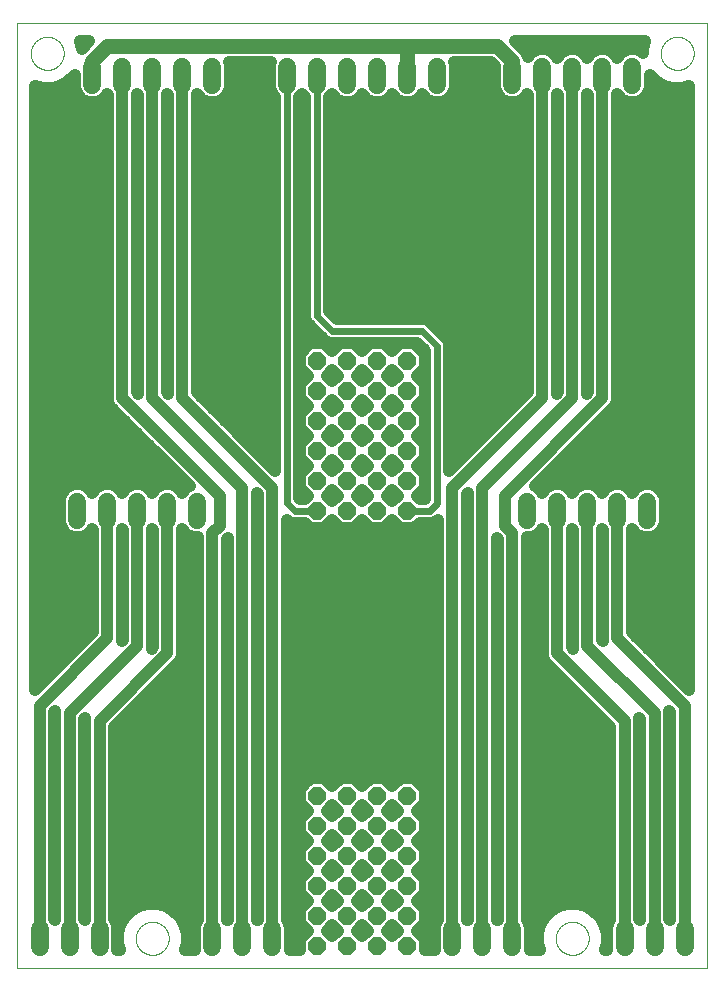
<source format=gtl>
G75*
%MOIN*%
%OFA0B0*%
%FSLAX25Y25*%
%IPPOS*%
%LPD*%
%AMOC8*
5,1,8,0,0,1.08239X$1,22.5*
%
%ADD10C,0.00000*%
%ADD11C,0.06000*%
%ADD12OC8,0.06000*%
%ADD13C,0.04000*%
%ADD14C,0.05000*%
%ADD15C,0.02400*%
D10*
X0003000Y0004867D02*
X0003000Y0319827D01*
X0232951Y0319827D01*
X0232951Y0004867D01*
X0003000Y0004867D01*
X0042488Y0014867D02*
X0042490Y0015015D01*
X0042496Y0015163D01*
X0042506Y0015311D01*
X0042520Y0015458D01*
X0042538Y0015605D01*
X0042559Y0015751D01*
X0042585Y0015897D01*
X0042615Y0016042D01*
X0042648Y0016186D01*
X0042686Y0016329D01*
X0042727Y0016471D01*
X0042772Y0016612D01*
X0042820Y0016752D01*
X0042873Y0016891D01*
X0042929Y0017028D01*
X0042989Y0017163D01*
X0043052Y0017297D01*
X0043119Y0017429D01*
X0043190Y0017559D01*
X0043264Y0017687D01*
X0043341Y0017813D01*
X0043422Y0017937D01*
X0043506Y0018059D01*
X0043593Y0018178D01*
X0043684Y0018295D01*
X0043778Y0018410D01*
X0043874Y0018522D01*
X0043974Y0018632D01*
X0044076Y0018738D01*
X0044182Y0018842D01*
X0044290Y0018943D01*
X0044401Y0019041D01*
X0044514Y0019137D01*
X0044630Y0019229D01*
X0044748Y0019318D01*
X0044869Y0019403D01*
X0044992Y0019486D01*
X0045117Y0019565D01*
X0045244Y0019641D01*
X0045373Y0019713D01*
X0045504Y0019782D01*
X0045637Y0019847D01*
X0045772Y0019908D01*
X0045908Y0019966D01*
X0046045Y0020021D01*
X0046184Y0020071D01*
X0046325Y0020118D01*
X0046466Y0020161D01*
X0046609Y0020201D01*
X0046753Y0020236D01*
X0046897Y0020268D01*
X0047043Y0020295D01*
X0047189Y0020319D01*
X0047336Y0020339D01*
X0047483Y0020355D01*
X0047630Y0020367D01*
X0047778Y0020375D01*
X0047926Y0020379D01*
X0048074Y0020379D01*
X0048222Y0020375D01*
X0048370Y0020367D01*
X0048517Y0020355D01*
X0048664Y0020339D01*
X0048811Y0020319D01*
X0048957Y0020295D01*
X0049103Y0020268D01*
X0049247Y0020236D01*
X0049391Y0020201D01*
X0049534Y0020161D01*
X0049675Y0020118D01*
X0049816Y0020071D01*
X0049955Y0020021D01*
X0050092Y0019966D01*
X0050228Y0019908D01*
X0050363Y0019847D01*
X0050496Y0019782D01*
X0050627Y0019713D01*
X0050756Y0019641D01*
X0050883Y0019565D01*
X0051008Y0019486D01*
X0051131Y0019403D01*
X0051252Y0019318D01*
X0051370Y0019229D01*
X0051486Y0019137D01*
X0051599Y0019041D01*
X0051710Y0018943D01*
X0051818Y0018842D01*
X0051924Y0018738D01*
X0052026Y0018632D01*
X0052126Y0018522D01*
X0052222Y0018410D01*
X0052316Y0018295D01*
X0052407Y0018178D01*
X0052494Y0018059D01*
X0052578Y0017937D01*
X0052659Y0017813D01*
X0052736Y0017687D01*
X0052810Y0017559D01*
X0052881Y0017429D01*
X0052948Y0017297D01*
X0053011Y0017163D01*
X0053071Y0017028D01*
X0053127Y0016891D01*
X0053180Y0016752D01*
X0053228Y0016612D01*
X0053273Y0016471D01*
X0053314Y0016329D01*
X0053352Y0016186D01*
X0053385Y0016042D01*
X0053415Y0015897D01*
X0053441Y0015751D01*
X0053462Y0015605D01*
X0053480Y0015458D01*
X0053494Y0015311D01*
X0053504Y0015163D01*
X0053510Y0015015D01*
X0053512Y0014867D01*
X0053510Y0014719D01*
X0053504Y0014571D01*
X0053494Y0014423D01*
X0053480Y0014276D01*
X0053462Y0014129D01*
X0053441Y0013983D01*
X0053415Y0013837D01*
X0053385Y0013692D01*
X0053352Y0013548D01*
X0053314Y0013405D01*
X0053273Y0013263D01*
X0053228Y0013122D01*
X0053180Y0012982D01*
X0053127Y0012843D01*
X0053071Y0012706D01*
X0053011Y0012571D01*
X0052948Y0012437D01*
X0052881Y0012305D01*
X0052810Y0012175D01*
X0052736Y0012047D01*
X0052659Y0011921D01*
X0052578Y0011797D01*
X0052494Y0011675D01*
X0052407Y0011556D01*
X0052316Y0011439D01*
X0052222Y0011324D01*
X0052126Y0011212D01*
X0052026Y0011102D01*
X0051924Y0010996D01*
X0051818Y0010892D01*
X0051710Y0010791D01*
X0051599Y0010693D01*
X0051486Y0010597D01*
X0051370Y0010505D01*
X0051252Y0010416D01*
X0051131Y0010331D01*
X0051008Y0010248D01*
X0050883Y0010169D01*
X0050756Y0010093D01*
X0050627Y0010021D01*
X0050496Y0009952D01*
X0050363Y0009887D01*
X0050228Y0009826D01*
X0050092Y0009768D01*
X0049955Y0009713D01*
X0049816Y0009663D01*
X0049675Y0009616D01*
X0049534Y0009573D01*
X0049391Y0009533D01*
X0049247Y0009498D01*
X0049103Y0009466D01*
X0048957Y0009439D01*
X0048811Y0009415D01*
X0048664Y0009395D01*
X0048517Y0009379D01*
X0048370Y0009367D01*
X0048222Y0009359D01*
X0048074Y0009355D01*
X0047926Y0009355D01*
X0047778Y0009359D01*
X0047630Y0009367D01*
X0047483Y0009379D01*
X0047336Y0009395D01*
X0047189Y0009415D01*
X0047043Y0009439D01*
X0046897Y0009466D01*
X0046753Y0009498D01*
X0046609Y0009533D01*
X0046466Y0009573D01*
X0046325Y0009616D01*
X0046184Y0009663D01*
X0046045Y0009713D01*
X0045908Y0009768D01*
X0045772Y0009826D01*
X0045637Y0009887D01*
X0045504Y0009952D01*
X0045373Y0010021D01*
X0045244Y0010093D01*
X0045117Y0010169D01*
X0044992Y0010248D01*
X0044869Y0010331D01*
X0044748Y0010416D01*
X0044630Y0010505D01*
X0044514Y0010597D01*
X0044401Y0010693D01*
X0044290Y0010791D01*
X0044182Y0010892D01*
X0044076Y0010996D01*
X0043974Y0011102D01*
X0043874Y0011212D01*
X0043778Y0011324D01*
X0043684Y0011439D01*
X0043593Y0011556D01*
X0043506Y0011675D01*
X0043422Y0011797D01*
X0043341Y0011921D01*
X0043264Y0012047D01*
X0043190Y0012175D01*
X0043119Y0012305D01*
X0043052Y0012437D01*
X0042989Y0012571D01*
X0042929Y0012706D01*
X0042873Y0012843D01*
X0042820Y0012982D01*
X0042772Y0013122D01*
X0042727Y0013263D01*
X0042686Y0013405D01*
X0042648Y0013548D01*
X0042615Y0013692D01*
X0042585Y0013837D01*
X0042559Y0013983D01*
X0042538Y0014129D01*
X0042520Y0014276D01*
X0042506Y0014423D01*
X0042496Y0014571D01*
X0042490Y0014719D01*
X0042488Y0014867D01*
X0182488Y0014867D02*
X0182490Y0015015D01*
X0182496Y0015163D01*
X0182506Y0015311D01*
X0182520Y0015458D01*
X0182538Y0015605D01*
X0182559Y0015751D01*
X0182585Y0015897D01*
X0182615Y0016042D01*
X0182648Y0016186D01*
X0182686Y0016329D01*
X0182727Y0016471D01*
X0182772Y0016612D01*
X0182820Y0016752D01*
X0182873Y0016891D01*
X0182929Y0017028D01*
X0182989Y0017163D01*
X0183052Y0017297D01*
X0183119Y0017429D01*
X0183190Y0017559D01*
X0183264Y0017687D01*
X0183341Y0017813D01*
X0183422Y0017937D01*
X0183506Y0018059D01*
X0183593Y0018178D01*
X0183684Y0018295D01*
X0183778Y0018410D01*
X0183874Y0018522D01*
X0183974Y0018632D01*
X0184076Y0018738D01*
X0184182Y0018842D01*
X0184290Y0018943D01*
X0184401Y0019041D01*
X0184514Y0019137D01*
X0184630Y0019229D01*
X0184748Y0019318D01*
X0184869Y0019403D01*
X0184992Y0019486D01*
X0185117Y0019565D01*
X0185244Y0019641D01*
X0185373Y0019713D01*
X0185504Y0019782D01*
X0185637Y0019847D01*
X0185772Y0019908D01*
X0185908Y0019966D01*
X0186045Y0020021D01*
X0186184Y0020071D01*
X0186325Y0020118D01*
X0186466Y0020161D01*
X0186609Y0020201D01*
X0186753Y0020236D01*
X0186897Y0020268D01*
X0187043Y0020295D01*
X0187189Y0020319D01*
X0187336Y0020339D01*
X0187483Y0020355D01*
X0187630Y0020367D01*
X0187778Y0020375D01*
X0187926Y0020379D01*
X0188074Y0020379D01*
X0188222Y0020375D01*
X0188370Y0020367D01*
X0188517Y0020355D01*
X0188664Y0020339D01*
X0188811Y0020319D01*
X0188957Y0020295D01*
X0189103Y0020268D01*
X0189247Y0020236D01*
X0189391Y0020201D01*
X0189534Y0020161D01*
X0189675Y0020118D01*
X0189816Y0020071D01*
X0189955Y0020021D01*
X0190092Y0019966D01*
X0190228Y0019908D01*
X0190363Y0019847D01*
X0190496Y0019782D01*
X0190627Y0019713D01*
X0190756Y0019641D01*
X0190883Y0019565D01*
X0191008Y0019486D01*
X0191131Y0019403D01*
X0191252Y0019318D01*
X0191370Y0019229D01*
X0191486Y0019137D01*
X0191599Y0019041D01*
X0191710Y0018943D01*
X0191818Y0018842D01*
X0191924Y0018738D01*
X0192026Y0018632D01*
X0192126Y0018522D01*
X0192222Y0018410D01*
X0192316Y0018295D01*
X0192407Y0018178D01*
X0192494Y0018059D01*
X0192578Y0017937D01*
X0192659Y0017813D01*
X0192736Y0017687D01*
X0192810Y0017559D01*
X0192881Y0017429D01*
X0192948Y0017297D01*
X0193011Y0017163D01*
X0193071Y0017028D01*
X0193127Y0016891D01*
X0193180Y0016752D01*
X0193228Y0016612D01*
X0193273Y0016471D01*
X0193314Y0016329D01*
X0193352Y0016186D01*
X0193385Y0016042D01*
X0193415Y0015897D01*
X0193441Y0015751D01*
X0193462Y0015605D01*
X0193480Y0015458D01*
X0193494Y0015311D01*
X0193504Y0015163D01*
X0193510Y0015015D01*
X0193512Y0014867D01*
X0193510Y0014719D01*
X0193504Y0014571D01*
X0193494Y0014423D01*
X0193480Y0014276D01*
X0193462Y0014129D01*
X0193441Y0013983D01*
X0193415Y0013837D01*
X0193385Y0013692D01*
X0193352Y0013548D01*
X0193314Y0013405D01*
X0193273Y0013263D01*
X0193228Y0013122D01*
X0193180Y0012982D01*
X0193127Y0012843D01*
X0193071Y0012706D01*
X0193011Y0012571D01*
X0192948Y0012437D01*
X0192881Y0012305D01*
X0192810Y0012175D01*
X0192736Y0012047D01*
X0192659Y0011921D01*
X0192578Y0011797D01*
X0192494Y0011675D01*
X0192407Y0011556D01*
X0192316Y0011439D01*
X0192222Y0011324D01*
X0192126Y0011212D01*
X0192026Y0011102D01*
X0191924Y0010996D01*
X0191818Y0010892D01*
X0191710Y0010791D01*
X0191599Y0010693D01*
X0191486Y0010597D01*
X0191370Y0010505D01*
X0191252Y0010416D01*
X0191131Y0010331D01*
X0191008Y0010248D01*
X0190883Y0010169D01*
X0190756Y0010093D01*
X0190627Y0010021D01*
X0190496Y0009952D01*
X0190363Y0009887D01*
X0190228Y0009826D01*
X0190092Y0009768D01*
X0189955Y0009713D01*
X0189816Y0009663D01*
X0189675Y0009616D01*
X0189534Y0009573D01*
X0189391Y0009533D01*
X0189247Y0009498D01*
X0189103Y0009466D01*
X0188957Y0009439D01*
X0188811Y0009415D01*
X0188664Y0009395D01*
X0188517Y0009379D01*
X0188370Y0009367D01*
X0188222Y0009359D01*
X0188074Y0009355D01*
X0187926Y0009355D01*
X0187778Y0009359D01*
X0187630Y0009367D01*
X0187483Y0009379D01*
X0187336Y0009395D01*
X0187189Y0009415D01*
X0187043Y0009439D01*
X0186897Y0009466D01*
X0186753Y0009498D01*
X0186609Y0009533D01*
X0186466Y0009573D01*
X0186325Y0009616D01*
X0186184Y0009663D01*
X0186045Y0009713D01*
X0185908Y0009768D01*
X0185772Y0009826D01*
X0185637Y0009887D01*
X0185504Y0009952D01*
X0185373Y0010021D01*
X0185244Y0010093D01*
X0185117Y0010169D01*
X0184992Y0010248D01*
X0184869Y0010331D01*
X0184748Y0010416D01*
X0184630Y0010505D01*
X0184514Y0010597D01*
X0184401Y0010693D01*
X0184290Y0010791D01*
X0184182Y0010892D01*
X0184076Y0010996D01*
X0183974Y0011102D01*
X0183874Y0011212D01*
X0183778Y0011324D01*
X0183684Y0011439D01*
X0183593Y0011556D01*
X0183506Y0011675D01*
X0183422Y0011797D01*
X0183341Y0011921D01*
X0183264Y0012047D01*
X0183190Y0012175D01*
X0183119Y0012305D01*
X0183052Y0012437D01*
X0182989Y0012571D01*
X0182929Y0012706D01*
X0182873Y0012843D01*
X0182820Y0012982D01*
X0182772Y0013122D01*
X0182727Y0013263D01*
X0182686Y0013405D01*
X0182648Y0013548D01*
X0182615Y0013692D01*
X0182585Y0013837D01*
X0182559Y0013983D01*
X0182538Y0014129D01*
X0182520Y0014276D01*
X0182506Y0014423D01*
X0182496Y0014571D01*
X0182490Y0014719D01*
X0182488Y0014867D01*
X0217488Y0309867D02*
X0217490Y0310015D01*
X0217496Y0310163D01*
X0217506Y0310311D01*
X0217520Y0310458D01*
X0217538Y0310605D01*
X0217559Y0310751D01*
X0217585Y0310897D01*
X0217615Y0311042D01*
X0217648Y0311186D01*
X0217686Y0311329D01*
X0217727Y0311471D01*
X0217772Y0311612D01*
X0217820Y0311752D01*
X0217873Y0311891D01*
X0217929Y0312028D01*
X0217989Y0312163D01*
X0218052Y0312297D01*
X0218119Y0312429D01*
X0218190Y0312559D01*
X0218264Y0312687D01*
X0218341Y0312813D01*
X0218422Y0312937D01*
X0218506Y0313059D01*
X0218593Y0313178D01*
X0218684Y0313295D01*
X0218778Y0313410D01*
X0218874Y0313522D01*
X0218974Y0313632D01*
X0219076Y0313738D01*
X0219182Y0313842D01*
X0219290Y0313943D01*
X0219401Y0314041D01*
X0219514Y0314137D01*
X0219630Y0314229D01*
X0219748Y0314318D01*
X0219869Y0314403D01*
X0219992Y0314486D01*
X0220117Y0314565D01*
X0220244Y0314641D01*
X0220373Y0314713D01*
X0220504Y0314782D01*
X0220637Y0314847D01*
X0220772Y0314908D01*
X0220908Y0314966D01*
X0221045Y0315021D01*
X0221184Y0315071D01*
X0221325Y0315118D01*
X0221466Y0315161D01*
X0221609Y0315201D01*
X0221753Y0315236D01*
X0221897Y0315268D01*
X0222043Y0315295D01*
X0222189Y0315319D01*
X0222336Y0315339D01*
X0222483Y0315355D01*
X0222630Y0315367D01*
X0222778Y0315375D01*
X0222926Y0315379D01*
X0223074Y0315379D01*
X0223222Y0315375D01*
X0223370Y0315367D01*
X0223517Y0315355D01*
X0223664Y0315339D01*
X0223811Y0315319D01*
X0223957Y0315295D01*
X0224103Y0315268D01*
X0224247Y0315236D01*
X0224391Y0315201D01*
X0224534Y0315161D01*
X0224675Y0315118D01*
X0224816Y0315071D01*
X0224955Y0315021D01*
X0225092Y0314966D01*
X0225228Y0314908D01*
X0225363Y0314847D01*
X0225496Y0314782D01*
X0225627Y0314713D01*
X0225756Y0314641D01*
X0225883Y0314565D01*
X0226008Y0314486D01*
X0226131Y0314403D01*
X0226252Y0314318D01*
X0226370Y0314229D01*
X0226486Y0314137D01*
X0226599Y0314041D01*
X0226710Y0313943D01*
X0226818Y0313842D01*
X0226924Y0313738D01*
X0227026Y0313632D01*
X0227126Y0313522D01*
X0227222Y0313410D01*
X0227316Y0313295D01*
X0227407Y0313178D01*
X0227494Y0313059D01*
X0227578Y0312937D01*
X0227659Y0312813D01*
X0227736Y0312687D01*
X0227810Y0312559D01*
X0227881Y0312429D01*
X0227948Y0312297D01*
X0228011Y0312163D01*
X0228071Y0312028D01*
X0228127Y0311891D01*
X0228180Y0311752D01*
X0228228Y0311612D01*
X0228273Y0311471D01*
X0228314Y0311329D01*
X0228352Y0311186D01*
X0228385Y0311042D01*
X0228415Y0310897D01*
X0228441Y0310751D01*
X0228462Y0310605D01*
X0228480Y0310458D01*
X0228494Y0310311D01*
X0228504Y0310163D01*
X0228510Y0310015D01*
X0228512Y0309867D01*
X0228510Y0309719D01*
X0228504Y0309571D01*
X0228494Y0309423D01*
X0228480Y0309276D01*
X0228462Y0309129D01*
X0228441Y0308983D01*
X0228415Y0308837D01*
X0228385Y0308692D01*
X0228352Y0308548D01*
X0228314Y0308405D01*
X0228273Y0308263D01*
X0228228Y0308122D01*
X0228180Y0307982D01*
X0228127Y0307843D01*
X0228071Y0307706D01*
X0228011Y0307571D01*
X0227948Y0307437D01*
X0227881Y0307305D01*
X0227810Y0307175D01*
X0227736Y0307047D01*
X0227659Y0306921D01*
X0227578Y0306797D01*
X0227494Y0306675D01*
X0227407Y0306556D01*
X0227316Y0306439D01*
X0227222Y0306324D01*
X0227126Y0306212D01*
X0227026Y0306102D01*
X0226924Y0305996D01*
X0226818Y0305892D01*
X0226710Y0305791D01*
X0226599Y0305693D01*
X0226486Y0305597D01*
X0226370Y0305505D01*
X0226252Y0305416D01*
X0226131Y0305331D01*
X0226008Y0305248D01*
X0225883Y0305169D01*
X0225756Y0305093D01*
X0225627Y0305021D01*
X0225496Y0304952D01*
X0225363Y0304887D01*
X0225228Y0304826D01*
X0225092Y0304768D01*
X0224955Y0304713D01*
X0224816Y0304663D01*
X0224675Y0304616D01*
X0224534Y0304573D01*
X0224391Y0304533D01*
X0224247Y0304498D01*
X0224103Y0304466D01*
X0223957Y0304439D01*
X0223811Y0304415D01*
X0223664Y0304395D01*
X0223517Y0304379D01*
X0223370Y0304367D01*
X0223222Y0304359D01*
X0223074Y0304355D01*
X0222926Y0304355D01*
X0222778Y0304359D01*
X0222630Y0304367D01*
X0222483Y0304379D01*
X0222336Y0304395D01*
X0222189Y0304415D01*
X0222043Y0304439D01*
X0221897Y0304466D01*
X0221753Y0304498D01*
X0221609Y0304533D01*
X0221466Y0304573D01*
X0221325Y0304616D01*
X0221184Y0304663D01*
X0221045Y0304713D01*
X0220908Y0304768D01*
X0220772Y0304826D01*
X0220637Y0304887D01*
X0220504Y0304952D01*
X0220373Y0305021D01*
X0220244Y0305093D01*
X0220117Y0305169D01*
X0219992Y0305248D01*
X0219869Y0305331D01*
X0219748Y0305416D01*
X0219630Y0305505D01*
X0219514Y0305597D01*
X0219401Y0305693D01*
X0219290Y0305791D01*
X0219182Y0305892D01*
X0219076Y0305996D01*
X0218974Y0306102D01*
X0218874Y0306212D01*
X0218778Y0306324D01*
X0218684Y0306439D01*
X0218593Y0306556D01*
X0218506Y0306675D01*
X0218422Y0306797D01*
X0218341Y0306921D01*
X0218264Y0307047D01*
X0218190Y0307175D01*
X0218119Y0307305D01*
X0218052Y0307437D01*
X0217989Y0307571D01*
X0217929Y0307706D01*
X0217873Y0307843D01*
X0217820Y0307982D01*
X0217772Y0308122D01*
X0217727Y0308263D01*
X0217686Y0308405D01*
X0217648Y0308548D01*
X0217615Y0308692D01*
X0217585Y0308837D01*
X0217559Y0308983D01*
X0217538Y0309129D01*
X0217520Y0309276D01*
X0217506Y0309423D01*
X0217496Y0309571D01*
X0217490Y0309719D01*
X0217488Y0309867D01*
X0007488Y0309867D02*
X0007490Y0310015D01*
X0007496Y0310163D01*
X0007506Y0310311D01*
X0007520Y0310458D01*
X0007538Y0310605D01*
X0007559Y0310751D01*
X0007585Y0310897D01*
X0007615Y0311042D01*
X0007648Y0311186D01*
X0007686Y0311329D01*
X0007727Y0311471D01*
X0007772Y0311612D01*
X0007820Y0311752D01*
X0007873Y0311891D01*
X0007929Y0312028D01*
X0007989Y0312163D01*
X0008052Y0312297D01*
X0008119Y0312429D01*
X0008190Y0312559D01*
X0008264Y0312687D01*
X0008341Y0312813D01*
X0008422Y0312937D01*
X0008506Y0313059D01*
X0008593Y0313178D01*
X0008684Y0313295D01*
X0008778Y0313410D01*
X0008874Y0313522D01*
X0008974Y0313632D01*
X0009076Y0313738D01*
X0009182Y0313842D01*
X0009290Y0313943D01*
X0009401Y0314041D01*
X0009514Y0314137D01*
X0009630Y0314229D01*
X0009748Y0314318D01*
X0009869Y0314403D01*
X0009992Y0314486D01*
X0010117Y0314565D01*
X0010244Y0314641D01*
X0010373Y0314713D01*
X0010504Y0314782D01*
X0010637Y0314847D01*
X0010772Y0314908D01*
X0010908Y0314966D01*
X0011045Y0315021D01*
X0011184Y0315071D01*
X0011325Y0315118D01*
X0011466Y0315161D01*
X0011609Y0315201D01*
X0011753Y0315236D01*
X0011897Y0315268D01*
X0012043Y0315295D01*
X0012189Y0315319D01*
X0012336Y0315339D01*
X0012483Y0315355D01*
X0012630Y0315367D01*
X0012778Y0315375D01*
X0012926Y0315379D01*
X0013074Y0315379D01*
X0013222Y0315375D01*
X0013370Y0315367D01*
X0013517Y0315355D01*
X0013664Y0315339D01*
X0013811Y0315319D01*
X0013957Y0315295D01*
X0014103Y0315268D01*
X0014247Y0315236D01*
X0014391Y0315201D01*
X0014534Y0315161D01*
X0014675Y0315118D01*
X0014816Y0315071D01*
X0014955Y0315021D01*
X0015092Y0314966D01*
X0015228Y0314908D01*
X0015363Y0314847D01*
X0015496Y0314782D01*
X0015627Y0314713D01*
X0015756Y0314641D01*
X0015883Y0314565D01*
X0016008Y0314486D01*
X0016131Y0314403D01*
X0016252Y0314318D01*
X0016370Y0314229D01*
X0016486Y0314137D01*
X0016599Y0314041D01*
X0016710Y0313943D01*
X0016818Y0313842D01*
X0016924Y0313738D01*
X0017026Y0313632D01*
X0017126Y0313522D01*
X0017222Y0313410D01*
X0017316Y0313295D01*
X0017407Y0313178D01*
X0017494Y0313059D01*
X0017578Y0312937D01*
X0017659Y0312813D01*
X0017736Y0312687D01*
X0017810Y0312559D01*
X0017881Y0312429D01*
X0017948Y0312297D01*
X0018011Y0312163D01*
X0018071Y0312028D01*
X0018127Y0311891D01*
X0018180Y0311752D01*
X0018228Y0311612D01*
X0018273Y0311471D01*
X0018314Y0311329D01*
X0018352Y0311186D01*
X0018385Y0311042D01*
X0018415Y0310897D01*
X0018441Y0310751D01*
X0018462Y0310605D01*
X0018480Y0310458D01*
X0018494Y0310311D01*
X0018504Y0310163D01*
X0018510Y0310015D01*
X0018512Y0309867D01*
X0018510Y0309719D01*
X0018504Y0309571D01*
X0018494Y0309423D01*
X0018480Y0309276D01*
X0018462Y0309129D01*
X0018441Y0308983D01*
X0018415Y0308837D01*
X0018385Y0308692D01*
X0018352Y0308548D01*
X0018314Y0308405D01*
X0018273Y0308263D01*
X0018228Y0308122D01*
X0018180Y0307982D01*
X0018127Y0307843D01*
X0018071Y0307706D01*
X0018011Y0307571D01*
X0017948Y0307437D01*
X0017881Y0307305D01*
X0017810Y0307175D01*
X0017736Y0307047D01*
X0017659Y0306921D01*
X0017578Y0306797D01*
X0017494Y0306675D01*
X0017407Y0306556D01*
X0017316Y0306439D01*
X0017222Y0306324D01*
X0017126Y0306212D01*
X0017026Y0306102D01*
X0016924Y0305996D01*
X0016818Y0305892D01*
X0016710Y0305791D01*
X0016599Y0305693D01*
X0016486Y0305597D01*
X0016370Y0305505D01*
X0016252Y0305416D01*
X0016131Y0305331D01*
X0016008Y0305248D01*
X0015883Y0305169D01*
X0015756Y0305093D01*
X0015627Y0305021D01*
X0015496Y0304952D01*
X0015363Y0304887D01*
X0015228Y0304826D01*
X0015092Y0304768D01*
X0014955Y0304713D01*
X0014816Y0304663D01*
X0014675Y0304616D01*
X0014534Y0304573D01*
X0014391Y0304533D01*
X0014247Y0304498D01*
X0014103Y0304466D01*
X0013957Y0304439D01*
X0013811Y0304415D01*
X0013664Y0304395D01*
X0013517Y0304379D01*
X0013370Y0304367D01*
X0013222Y0304359D01*
X0013074Y0304355D01*
X0012926Y0304355D01*
X0012778Y0304359D01*
X0012630Y0304367D01*
X0012483Y0304379D01*
X0012336Y0304395D01*
X0012189Y0304415D01*
X0012043Y0304439D01*
X0011897Y0304466D01*
X0011753Y0304498D01*
X0011609Y0304533D01*
X0011466Y0304573D01*
X0011325Y0304616D01*
X0011184Y0304663D01*
X0011045Y0304713D01*
X0010908Y0304768D01*
X0010772Y0304826D01*
X0010637Y0304887D01*
X0010504Y0304952D01*
X0010373Y0305021D01*
X0010244Y0305093D01*
X0010117Y0305169D01*
X0009992Y0305248D01*
X0009869Y0305331D01*
X0009748Y0305416D01*
X0009630Y0305505D01*
X0009514Y0305597D01*
X0009401Y0305693D01*
X0009290Y0305791D01*
X0009182Y0305892D01*
X0009076Y0305996D01*
X0008974Y0306102D01*
X0008874Y0306212D01*
X0008778Y0306324D01*
X0008684Y0306439D01*
X0008593Y0306556D01*
X0008506Y0306675D01*
X0008422Y0306797D01*
X0008341Y0306921D01*
X0008264Y0307047D01*
X0008190Y0307175D01*
X0008119Y0307305D01*
X0008052Y0307437D01*
X0007989Y0307571D01*
X0007929Y0307706D01*
X0007873Y0307843D01*
X0007820Y0307982D01*
X0007772Y0308122D01*
X0007727Y0308263D01*
X0007686Y0308405D01*
X0007648Y0308548D01*
X0007615Y0308692D01*
X0007585Y0308837D01*
X0007559Y0308983D01*
X0007538Y0309129D01*
X0007520Y0309276D01*
X0007506Y0309423D01*
X0007496Y0309571D01*
X0007490Y0309719D01*
X0007488Y0309867D01*
D11*
X0028000Y0305367D02*
X0028000Y0299367D01*
X0038000Y0299367D02*
X0038000Y0305367D01*
X0048000Y0305367D02*
X0048000Y0299367D01*
X0058000Y0299367D02*
X0058000Y0305367D01*
X0068000Y0305367D02*
X0068000Y0299367D01*
X0093000Y0299367D02*
X0093000Y0305367D01*
X0103000Y0305367D02*
X0103000Y0299367D01*
X0113000Y0299367D02*
X0113000Y0305367D01*
X0123000Y0305367D02*
X0123000Y0299367D01*
X0133000Y0299367D02*
X0133000Y0305367D01*
X0143000Y0305367D02*
X0143000Y0299367D01*
X0168000Y0299367D02*
X0168000Y0305367D01*
X0178000Y0305367D02*
X0178000Y0299367D01*
X0188000Y0299367D02*
X0188000Y0305367D01*
X0198000Y0305367D02*
X0198000Y0299367D01*
X0208000Y0299367D02*
X0208000Y0305367D01*
X0203000Y0160367D02*
X0203000Y0154367D01*
X0213000Y0154367D02*
X0213000Y0160367D01*
X0193000Y0160367D02*
X0193000Y0154367D01*
X0183000Y0154367D02*
X0183000Y0160367D01*
X0173000Y0160367D02*
X0173000Y0154367D01*
X0168000Y0017867D02*
X0168000Y0011867D01*
X0158000Y0011867D02*
X0158000Y0017867D01*
X0148000Y0017867D02*
X0148000Y0011867D01*
X0205500Y0011867D02*
X0205500Y0017867D01*
X0215500Y0017867D02*
X0215500Y0011867D01*
X0225500Y0011867D02*
X0225500Y0017867D01*
X0088000Y0017867D02*
X0088000Y0011867D01*
X0078000Y0011867D02*
X0078000Y0017867D01*
X0068000Y0017867D02*
X0068000Y0011867D01*
X0030500Y0011867D02*
X0030500Y0017867D01*
X0020500Y0017867D02*
X0020500Y0011867D01*
X0010500Y0011867D02*
X0010500Y0017867D01*
X0023000Y0154367D02*
X0023000Y0160367D01*
X0033000Y0160367D02*
X0033000Y0154367D01*
X0043000Y0154367D02*
X0043000Y0160367D01*
X0053000Y0160367D02*
X0053000Y0154367D01*
X0063000Y0154367D02*
X0063000Y0160367D01*
D12*
X0103000Y0157367D03*
X0103000Y0167367D03*
X0103000Y0177367D03*
X0103000Y0187367D03*
X0103000Y0197367D03*
X0103000Y0207367D03*
X0113000Y0207367D03*
X0113000Y0197367D03*
X0113000Y0187367D03*
X0113000Y0177367D03*
X0113000Y0167367D03*
X0113000Y0157367D03*
X0123000Y0157367D03*
X0123000Y0167367D03*
X0123000Y0177367D03*
X0123000Y0187367D03*
X0123000Y0197367D03*
X0123000Y0207367D03*
X0133000Y0207367D03*
X0133000Y0197367D03*
X0133000Y0187367D03*
X0133000Y0177367D03*
X0133000Y0167367D03*
X0133000Y0157367D03*
X0133000Y0062367D03*
X0133000Y0052367D03*
X0133000Y0042367D03*
X0133000Y0032367D03*
X0123000Y0032367D03*
X0123000Y0042367D03*
X0123000Y0052367D03*
X0123000Y0062367D03*
X0113000Y0062367D03*
X0113000Y0052367D03*
X0113000Y0042367D03*
X0113000Y0032367D03*
X0103000Y0032367D03*
X0103000Y0042367D03*
X0103000Y0052367D03*
X0103000Y0062367D03*
X0103000Y0022367D03*
X0103000Y0012367D03*
X0113000Y0012367D03*
X0113000Y0022367D03*
X0123000Y0022367D03*
X0123000Y0012367D03*
X0133000Y0012367D03*
X0133000Y0022367D03*
D13*
X0136202Y0017367D02*
X0138800Y0019964D01*
X0138800Y0024769D01*
X0136202Y0027367D01*
X0138800Y0029964D01*
X0138800Y0034769D01*
X0136202Y0037367D01*
X0138800Y0039964D01*
X0138800Y0044769D01*
X0136202Y0047367D01*
X0138800Y0049964D01*
X0138800Y0054769D01*
X0136202Y0057367D01*
X0138800Y0059964D01*
X0138800Y0064769D01*
X0135402Y0068167D01*
X0130598Y0068167D01*
X0128000Y0065569D01*
X0125402Y0068167D01*
X0120598Y0068167D01*
X0118000Y0065569D01*
X0115402Y0068167D01*
X0110598Y0068167D01*
X0108000Y0065569D01*
X0105402Y0068167D01*
X0100598Y0068167D01*
X0097200Y0064769D01*
X0097200Y0059964D01*
X0099798Y0057367D01*
X0097200Y0054769D01*
X0097200Y0049964D01*
X0099798Y0047367D01*
X0097200Y0044769D01*
X0097200Y0039964D01*
X0099798Y0037367D01*
X0097200Y0034769D01*
X0097200Y0029964D01*
X0099798Y0027367D01*
X0097200Y0024769D01*
X0097200Y0019964D01*
X0099798Y0017367D01*
X0097200Y0014769D01*
X0097200Y0010867D01*
X0093800Y0010867D01*
X0093800Y0019020D01*
X0092917Y0021152D01*
X0092800Y0021269D01*
X0092800Y0154410D01*
X0093234Y0153976D01*
X0094704Y0153367D01*
X0098798Y0153367D01*
X0100598Y0151567D01*
X0105402Y0151567D01*
X0108000Y0154164D01*
X0110598Y0151567D01*
X0115402Y0151567D01*
X0118000Y0154164D01*
X0120598Y0151567D01*
X0125402Y0151567D01*
X0128000Y0154164D01*
X0130598Y0151567D01*
X0135402Y0151567D01*
X0137202Y0153367D01*
X0141296Y0153367D01*
X0142766Y0153976D01*
X0143200Y0154410D01*
X0143200Y0021269D01*
X0143083Y0021152D01*
X0142200Y0019020D01*
X0142200Y0010867D01*
X0138800Y0010867D01*
X0138800Y0014769D01*
X0136202Y0017367D01*
X0138198Y0019362D02*
X0142342Y0019362D01*
X0142200Y0015364D02*
X0138205Y0015364D01*
X0138800Y0011365D02*
X0142200Y0011365D01*
X0148000Y0014867D02*
X0148000Y0164867D01*
X0178000Y0194867D01*
X0178000Y0302367D01*
X0183000Y0308452D02*
X0182917Y0308652D01*
X0181285Y0310284D01*
X0179154Y0311167D01*
X0176846Y0311167D01*
X0174715Y0310284D01*
X0173169Y0308738D01*
X0172493Y0310369D01*
X0169035Y0313827D01*
X0212143Y0313827D01*
X0211488Y0311382D01*
X0211488Y0310081D01*
X0211285Y0310284D01*
X0209154Y0311167D01*
X0206846Y0311167D01*
X0204715Y0310284D01*
X0203083Y0308652D01*
X0203000Y0308452D01*
X0202917Y0308652D01*
X0201285Y0310284D01*
X0199154Y0311167D01*
X0196846Y0311167D01*
X0194715Y0310284D01*
X0193083Y0308652D01*
X0193000Y0308452D01*
X0192917Y0308652D01*
X0191285Y0310284D01*
X0189154Y0311167D01*
X0186846Y0311167D01*
X0184715Y0310284D01*
X0183083Y0308652D01*
X0183000Y0308452D01*
X0188000Y0302367D02*
X0188000Y0194867D01*
X0158000Y0164867D01*
X0158000Y0014867D01*
X0153000Y0020952D02*
X0152917Y0021152D01*
X0152800Y0021269D01*
X0152800Y0162878D01*
X0153200Y0163278D01*
X0153200Y0021269D01*
X0153083Y0021152D01*
X0153000Y0020952D01*
X0152800Y0023361D02*
X0153200Y0023361D01*
X0153200Y0027359D02*
X0152800Y0027359D01*
X0152800Y0031358D02*
X0153200Y0031358D01*
X0153200Y0035356D02*
X0152800Y0035356D01*
X0152800Y0039355D02*
X0153200Y0039355D01*
X0153200Y0043353D02*
X0152800Y0043353D01*
X0152800Y0047352D02*
X0153200Y0047352D01*
X0153200Y0051350D02*
X0152800Y0051350D01*
X0152800Y0055349D02*
X0153200Y0055349D01*
X0153200Y0059347D02*
X0152800Y0059347D01*
X0152800Y0063346D02*
X0153200Y0063346D01*
X0153200Y0067344D02*
X0152800Y0067344D01*
X0152800Y0071343D02*
X0153200Y0071343D01*
X0153200Y0075341D02*
X0152800Y0075341D01*
X0152800Y0079340D02*
X0153200Y0079340D01*
X0153200Y0083338D02*
X0152800Y0083338D01*
X0152800Y0087337D02*
X0153200Y0087337D01*
X0153200Y0091335D02*
X0152800Y0091335D01*
X0152800Y0095334D02*
X0153200Y0095334D01*
X0153200Y0099332D02*
X0152800Y0099332D01*
X0152800Y0103331D02*
X0153200Y0103331D01*
X0153200Y0107329D02*
X0152800Y0107329D01*
X0152800Y0111328D02*
X0153200Y0111328D01*
X0153200Y0115326D02*
X0152800Y0115326D01*
X0152800Y0119325D02*
X0153200Y0119325D01*
X0153200Y0123323D02*
X0152800Y0123323D01*
X0152800Y0127322D02*
X0153200Y0127322D01*
X0153200Y0131321D02*
X0152800Y0131321D01*
X0152800Y0135319D02*
X0153200Y0135319D01*
X0153200Y0139318D02*
X0152800Y0139318D01*
X0152800Y0143316D02*
X0153200Y0143316D01*
X0153200Y0147315D02*
X0152800Y0147315D01*
X0152800Y0151313D02*
X0153200Y0151313D01*
X0153200Y0155312D02*
X0152800Y0155312D01*
X0152800Y0159310D02*
X0153200Y0159310D01*
X0147000Y0170655D02*
X0147000Y0213162D01*
X0146391Y0214632D01*
X0145266Y0215758D01*
X0140266Y0220758D01*
X0138796Y0221367D01*
X0109657Y0221367D01*
X0107000Y0224024D01*
X0107000Y0295164D01*
X0107917Y0296081D01*
X0108000Y0296282D01*
X0108083Y0296081D01*
X0109715Y0294450D01*
X0111846Y0293567D01*
X0114154Y0293567D01*
X0116285Y0294450D01*
X0117917Y0296081D01*
X0118000Y0296282D01*
X0118083Y0296081D01*
X0119715Y0294450D01*
X0121846Y0293567D01*
X0124154Y0293567D01*
X0126285Y0294450D01*
X0127917Y0296081D01*
X0128000Y0296282D01*
X0128083Y0296081D01*
X0129715Y0294450D01*
X0131846Y0293567D01*
X0134154Y0293567D01*
X0136285Y0294450D01*
X0137917Y0296081D01*
X0138000Y0296282D01*
X0138083Y0296081D01*
X0139715Y0294450D01*
X0141846Y0293567D01*
X0144154Y0293567D01*
X0146285Y0294450D01*
X0147917Y0296081D01*
X0148800Y0298213D01*
X0148800Y0306520D01*
X0148574Y0307067D01*
X0160805Y0307067D01*
X0162200Y0305671D01*
X0162200Y0298213D01*
X0163083Y0296081D01*
X0164715Y0294450D01*
X0166846Y0293567D01*
X0169154Y0293567D01*
X0171285Y0294450D01*
X0172917Y0296081D01*
X0173000Y0296282D01*
X0173083Y0296081D01*
X0173200Y0295964D01*
X0173200Y0196855D01*
X0147000Y0170655D01*
X0147000Y0171306D02*
X0147651Y0171306D01*
X0147000Y0175304D02*
X0151649Y0175304D01*
X0155648Y0179303D02*
X0147000Y0179303D01*
X0147000Y0183301D02*
X0159646Y0183301D01*
X0163645Y0187300D02*
X0147000Y0187300D01*
X0147000Y0191298D02*
X0167643Y0191298D01*
X0171642Y0195297D02*
X0147000Y0195297D01*
X0147000Y0199295D02*
X0173200Y0199295D01*
X0173200Y0203294D02*
X0147000Y0203294D01*
X0147000Y0207292D02*
X0173200Y0207292D01*
X0173200Y0211291D02*
X0147000Y0211291D01*
X0145734Y0215289D02*
X0173200Y0215289D01*
X0173200Y0219288D02*
X0141736Y0219288D01*
X0136343Y0213367D02*
X0139000Y0210710D01*
X0139000Y0161524D01*
X0138843Y0161367D01*
X0137202Y0161367D01*
X0136202Y0162367D01*
X0138800Y0164964D01*
X0138800Y0169769D01*
X0136202Y0172367D01*
X0138800Y0174964D01*
X0138800Y0179769D01*
X0136202Y0182367D01*
X0138800Y0184964D01*
X0138800Y0189769D01*
X0136202Y0192367D01*
X0138800Y0194964D01*
X0138800Y0199769D01*
X0136202Y0202367D01*
X0138800Y0204964D01*
X0138800Y0209769D01*
X0135402Y0213167D01*
X0130598Y0213167D01*
X0128000Y0210569D01*
X0125402Y0213167D01*
X0120598Y0213167D01*
X0118000Y0210569D01*
X0115402Y0213167D01*
X0110598Y0213167D01*
X0108000Y0210569D01*
X0105402Y0213167D01*
X0100598Y0213167D01*
X0097200Y0209769D01*
X0097200Y0204964D01*
X0099798Y0202367D01*
X0097200Y0199769D01*
X0097200Y0194964D01*
X0099798Y0192367D01*
X0097200Y0189769D01*
X0097200Y0184964D01*
X0099798Y0182367D01*
X0097200Y0179769D01*
X0097200Y0174964D01*
X0099798Y0172367D01*
X0097200Y0169769D01*
X0097200Y0164964D01*
X0099798Y0162367D01*
X0098798Y0161367D01*
X0097157Y0161367D01*
X0097000Y0161524D01*
X0097000Y0295164D01*
X0097917Y0296081D01*
X0098000Y0296282D01*
X0098083Y0296081D01*
X0099000Y0295164D01*
X0099000Y0221571D01*
X0099609Y0220101D01*
X0105734Y0213976D01*
X0107204Y0213367D01*
X0108796Y0213367D01*
X0136343Y0213367D01*
X0137278Y0211291D02*
X0138419Y0211291D01*
X0138800Y0207292D02*
X0139000Y0207292D01*
X0139000Y0203294D02*
X0137129Y0203294D01*
X0138800Y0199295D02*
X0139000Y0199295D01*
X0139000Y0195297D02*
X0138800Y0195297D01*
X0139000Y0191298D02*
X0137271Y0191298D01*
X0138800Y0187300D02*
X0139000Y0187300D01*
X0139000Y0183301D02*
X0137137Y0183301D01*
X0138800Y0179303D02*
X0139000Y0179303D01*
X0139000Y0175304D02*
X0138800Y0175304D01*
X0139000Y0171306D02*
X0137263Y0171306D01*
X0138800Y0167307D02*
X0139000Y0167307D01*
X0139000Y0163309D02*
X0137144Y0163309D01*
X0129798Y0162367D02*
X0128000Y0160569D01*
X0126202Y0162367D01*
X0128000Y0164164D01*
X0129798Y0162367D01*
X0128856Y0163309D02*
X0127144Y0163309D01*
X0128000Y0170569D02*
X0126202Y0172367D01*
X0128000Y0174164D01*
X0129798Y0172367D01*
X0128000Y0170569D01*
X0127263Y0171306D02*
X0128737Y0171306D01*
X0128000Y0180569D02*
X0126202Y0182367D01*
X0128000Y0184164D01*
X0129798Y0182367D01*
X0128000Y0180569D01*
X0127137Y0183301D02*
X0128863Y0183301D01*
X0128000Y0190569D02*
X0126202Y0192367D01*
X0128000Y0194164D01*
X0129798Y0192367D01*
X0128000Y0190569D01*
X0127271Y0191298D02*
X0128729Y0191298D01*
X0128000Y0200569D02*
X0126202Y0202367D01*
X0128000Y0204164D01*
X0129798Y0202367D01*
X0128000Y0200569D01*
X0127129Y0203294D02*
X0128871Y0203294D01*
X0128722Y0211291D02*
X0127278Y0211291D01*
X0118722Y0211291D02*
X0117278Y0211291D01*
X0118000Y0204164D02*
X0119798Y0202367D01*
X0118000Y0200569D01*
X0116202Y0202367D01*
X0118000Y0204164D01*
X0117129Y0203294D02*
X0118871Y0203294D01*
X0118000Y0194164D02*
X0119798Y0192367D01*
X0118000Y0190569D01*
X0116202Y0192367D01*
X0118000Y0194164D01*
X0117271Y0191298D02*
X0118729Y0191298D01*
X0118000Y0184164D02*
X0119798Y0182367D01*
X0118000Y0180569D01*
X0116202Y0182367D01*
X0118000Y0184164D01*
X0117137Y0183301D02*
X0118863Y0183301D01*
X0118000Y0174164D02*
X0116202Y0172367D01*
X0118000Y0170569D01*
X0119798Y0172367D01*
X0118000Y0174164D01*
X0117263Y0171306D02*
X0118737Y0171306D01*
X0118000Y0164164D02*
X0116202Y0162367D01*
X0118000Y0160569D01*
X0119798Y0162367D01*
X0118000Y0164164D01*
X0117144Y0163309D02*
X0118856Y0163309D01*
X0109798Y0162367D02*
X0108000Y0160569D01*
X0106202Y0162367D01*
X0108000Y0164164D01*
X0109798Y0162367D01*
X0108856Y0163309D02*
X0107144Y0163309D01*
X0108000Y0170569D02*
X0106202Y0172367D01*
X0108000Y0174164D01*
X0109798Y0172367D01*
X0108000Y0170569D01*
X0107263Y0171306D02*
X0108737Y0171306D01*
X0108000Y0180569D02*
X0106202Y0182367D01*
X0108000Y0184164D01*
X0109798Y0182367D01*
X0108000Y0180569D01*
X0107137Y0183301D02*
X0108863Y0183301D01*
X0108000Y0190569D02*
X0106202Y0192367D01*
X0108000Y0194164D01*
X0109798Y0192367D01*
X0108000Y0190569D01*
X0107271Y0191298D02*
X0108729Y0191298D01*
X0108000Y0200569D02*
X0106202Y0202367D01*
X0108000Y0204164D01*
X0109798Y0202367D01*
X0108000Y0200569D01*
X0107129Y0203294D02*
X0108871Y0203294D01*
X0108722Y0211291D02*
X0107278Y0211291D01*
X0104421Y0215289D02*
X0097000Y0215289D01*
X0097000Y0211291D02*
X0098722Y0211291D01*
X0097200Y0207292D02*
X0097000Y0207292D01*
X0097000Y0203294D02*
X0098871Y0203294D01*
X0097200Y0199295D02*
X0097000Y0199295D01*
X0097000Y0195297D02*
X0097200Y0195297D01*
X0097000Y0191298D02*
X0098729Y0191298D01*
X0097200Y0187300D02*
X0097000Y0187300D01*
X0097000Y0183301D02*
X0098863Y0183301D01*
X0097200Y0179303D02*
X0097000Y0179303D01*
X0097000Y0175304D02*
X0097200Y0175304D01*
X0097000Y0171306D02*
X0098737Y0171306D01*
X0097200Y0167307D02*
X0097000Y0167307D01*
X0097000Y0163309D02*
X0098856Y0163309D01*
X0088000Y0164867D02*
X0088000Y0014867D01*
X0093800Y0015364D02*
X0097795Y0015364D01*
X0097802Y0019362D02*
X0093658Y0019362D01*
X0092800Y0023361D02*
X0097200Y0023361D01*
X0099790Y0027359D02*
X0092800Y0027359D01*
X0092800Y0031358D02*
X0097200Y0031358D01*
X0097787Y0035356D02*
X0092800Y0035356D01*
X0092800Y0039355D02*
X0097809Y0039355D01*
X0097200Y0043353D02*
X0092800Y0043353D01*
X0092800Y0047352D02*
X0099783Y0047352D01*
X0097200Y0051350D02*
X0092800Y0051350D01*
X0092800Y0055349D02*
X0097780Y0055349D01*
X0097817Y0059347D02*
X0092800Y0059347D01*
X0092800Y0063346D02*
X0097200Y0063346D01*
X0099775Y0067344D02*
X0092800Y0067344D01*
X0092800Y0071343D02*
X0143200Y0071343D01*
X0143200Y0075341D02*
X0092800Y0075341D01*
X0092800Y0079340D02*
X0143200Y0079340D01*
X0143200Y0083338D02*
X0092800Y0083338D01*
X0092800Y0087337D02*
X0143200Y0087337D01*
X0143200Y0091335D02*
X0092800Y0091335D01*
X0092800Y0095334D02*
X0143200Y0095334D01*
X0143200Y0099332D02*
X0092800Y0099332D01*
X0092800Y0103331D02*
X0143200Y0103331D01*
X0143200Y0107329D02*
X0092800Y0107329D01*
X0092800Y0111328D02*
X0143200Y0111328D01*
X0143200Y0115326D02*
X0092800Y0115326D01*
X0092800Y0119325D02*
X0143200Y0119325D01*
X0143200Y0123323D02*
X0092800Y0123323D01*
X0092800Y0127322D02*
X0143200Y0127322D01*
X0143200Y0131321D02*
X0092800Y0131321D01*
X0092800Y0135319D02*
X0143200Y0135319D01*
X0143200Y0139318D02*
X0092800Y0139318D01*
X0092800Y0143316D02*
X0143200Y0143316D01*
X0143200Y0147315D02*
X0092800Y0147315D01*
X0092800Y0151313D02*
X0143200Y0151313D01*
X0162800Y0148278D02*
X0163200Y0147878D01*
X0163200Y0021269D01*
X0163083Y0021152D01*
X0163000Y0020952D01*
X0162917Y0021152D01*
X0162800Y0021269D01*
X0162800Y0148278D01*
X0162800Y0147315D02*
X0163200Y0147315D01*
X0163200Y0143316D02*
X0162800Y0143316D01*
X0162800Y0139318D02*
X0163200Y0139318D01*
X0163200Y0135319D02*
X0162800Y0135319D01*
X0162800Y0131321D02*
X0163200Y0131321D01*
X0163200Y0127322D02*
X0162800Y0127322D01*
X0162800Y0123323D02*
X0163200Y0123323D01*
X0163200Y0119325D02*
X0162800Y0119325D01*
X0162800Y0115326D02*
X0163200Y0115326D01*
X0163200Y0111328D02*
X0162800Y0111328D01*
X0162800Y0107329D02*
X0163200Y0107329D01*
X0163200Y0103331D02*
X0162800Y0103331D01*
X0162800Y0099332D02*
X0163200Y0099332D01*
X0163200Y0095334D02*
X0162800Y0095334D01*
X0162800Y0091335D02*
X0163200Y0091335D01*
X0163200Y0087337D02*
X0162800Y0087337D01*
X0162800Y0083338D02*
X0163200Y0083338D01*
X0163200Y0079340D02*
X0162800Y0079340D01*
X0162800Y0075341D02*
X0163200Y0075341D01*
X0163200Y0071343D02*
X0162800Y0071343D01*
X0162800Y0067344D02*
X0163200Y0067344D01*
X0163200Y0063346D02*
X0162800Y0063346D01*
X0162800Y0059347D02*
X0163200Y0059347D01*
X0163200Y0055349D02*
X0162800Y0055349D01*
X0162800Y0051350D02*
X0163200Y0051350D01*
X0163200Y0047352D02*
X0162800Y0047352D01*
X0162800Y0043353D02*
X0163200Y0043353D01*
X0163200Y0039355D02*
X0162800Y0039355D01*
X0162800Y0035356D02*
X0163200Y0035356D01*
X0163200Y0031358D02*
X0162800Y0031358D01*
X0162800Y0027359D02*
X0163200Y0027359D01*
X0163200Y0023361D02*
X0162800Y0023361D01*
X0168000Y0014867D02*
X0168000Y0149867D01*
X0165500Y0152367D01*
X0165500Y0162367D01*
X0198000Y0194867D01*
X0198000Y0302367D01*
X0203000Y0296282D02*
X0202917Y0296081D01*
X0202800Y0295964D01*
X0202800Y0193912D01*
X0202069Y0192148D01*
X0175522Y0165600D01*
X0176285Y0165284D01*
X0177917Y0163652D01*
X0178000Y0163452D01*
X0178083Y0163652D01*
X0179715Y0165284D01*
X0181846Y0166167D01*
X0184154Y0166167D01*
X0186285Y0165284D01*
X0187917Y0163652D01*
X0188000Y0163452D01*
X0188083Y0163652D01*
X0189715Y0165284D01*
X0191846Y0166167D01*
X0194154Y0166167D01*
X0196285Y0165284D01*
X0197917Y0163652D01*
X0198000Y0163452D01*
X0198083Y0163652D01*
X0199715Y0165284D01*
X0201846Y0166167D01*
X0204154Y0166167D01*
X0206285Y0165284D01*
X0207917Y0163652D01*
X0208000Y0163452D01*
X0208083Y0163652D01*
X0209715Y0165284D01*
X0211846Y0166167D01*
X0214154Y0166167D01*
X0216285Y0165284D01*
X0217917Y0163652D01*
X0218800Y0161520D01*
X0218800Y0153213D01*
X0217917Y0151081D01*
X0216285Y0149450D01*
X0214154Y0148567D01*
X0211846Y0148567D01*
X0209715Y0149450D01*
X0208083Y0151081D01*
X0208000Y0151282D01*
X0207917Y0151081D01*
X0207800Y0150964D01*
X0207800Y0116855D01*
X0226951Y0097704D01*
X0226951Y0299007D01*
X0224516Y0298355D01*
X0221484Y0298355D01*
X0218557Y0299139D01*
X0215932Y0300655D01*
X0213800Y0302787D01*
X0213800Y0298213D01*
X0212917Y0296081D01*
X0211285Y0294450D01*
X0209154Y0293567D01*
X0206846Y0293567D01*
X0204715Y0294450D01*
X0203083Y0296081D01*
X0203000Y0296282D01*
X0202800Y0295259D02*
X0203905Y0295259D01*
X0202800Y0291261D02*
X0226951Y0291261D01*
X0226951Y0295259D02*
X0212095Y0295259D01*
X0213800Y0299258D02*
X0218351Y0299258D01*
X0211488Y0311254D02*
X0171608Y0311254D01*
X0162200Y0303256D02*
X0148800Y0303256D01*
X0148800Y0299258D02*
X0162200Y0299258D01*
X0163905Y0295259D02*
X0147095Y0295259D01*
X0138905Y0295259D02*
X0137095Y0295259D01*
X0128905Y0295259D02*
X0127095Y0295259D01*
X0118905Y0295259D02*
X0117095Y0295259D01*
X0108905Y0295259D02*
X0107095Y0295259D01*
X0107000Y0291261D02*
X0173200Y0291261D01*
X0173200Y0295259D02*
X0172095Y0295259D01*
X0173200Y0287262D02*
X0107000Y0287262D01*
X0107000Y0283264D02*
X0173200Y0283264D01*
X0173200Y0279265D02*
X0107000Y0279265D01*
X0107000Y0275267D02*
X0173200Y0275267D01*
X0173200Y0271268D02*
X0107000Y0271268D01*
X0107000Y0267270D02*
X0173200Y0267270D01*
X0173200Y0263271D02*
X0107000Y0263271D01*
X0107000Y0259273D02*
X0173200Y0259273D01*
X0173200Y0255274D02*
X0107000Y0255274D01*
X0107000Y0251276D02*
X0173200Y0251276D01*
X0173200Y0247277D02*
X0107000Y0247277D01*
X0107000Y0243279D02*
X0173200Y0243279D01*
X0173200Y0239280D02*
X0107000Y0239280D01*
X0107000Y0235282D02*
X0173200Y0235282D01*
X0173200Y0231283D02*
X0107000Y0231283D01*
X0107000Y0227285D02*
X0173200Y0227285D01*
X0173200Y0223286D02*
X0107737Y0223286D01*
X0100422Y0219288D02*
X0097000Y0219288D01*
X0097000Y0223286D02*
X0099000Y0223286D01*
X0099000Y0227285D02*
X0097000Y0227285D01*
X0097000Y0231283D02*
X0099000Y0231283D01*
X0099000Y0235282D02*
X0097000Y0235282D01*
X0097000Y0239280D02*
X0099000Y0239280D01*
X0099000Y0243279D02*
X0097000Y0243279D01*
X0097000Y0247277D02*
X0099000Y0247277D01*
X0099000Y0251276D02*
X0097000Y0251276D01*
X0097000Y0255274D02*
X0099000Y0255274D01*
X0099000Y0259273D02*
X0097000Y0259273D01*
X0097000Y0263271D02*
X0099000Y0263271D01*
X0099000Y0267270D02*
X0097000Y0267270D01*
X0097000Y0271268D02*
X0099000Y0271268D01*
X0099000Y0275267D02*
X0097000Y0275267D01*
X0097000Y0279265D02*
X0099000Y0279265D01*
X0099000Y0283264D02*
X0097000Y0283264D01*
X0097000Y0287262D02*
X0099000Y0287262D01*
X0099000Y0291261D02*
X0097000Y0291261D01*
X0097095Y0295259D02*
X0098905Y0295259D01*
X0089000Y0295164D02*
X0089000Y0170655D01*
X0062800Y0196855D01*
X0062800Y0295964D01*
X0062917Y0296081D01*
X0063000Y0296282D01*
X0063083Y0296081D01*
X0064715Y0294450D01*
X0066846Y0293567D01*
X0069154Y0293567D01*
X0071285Y0294450D01*
X0072917Y0296081D01*
X0073800Y0298213D01*
X0073800Y0306520D01*
X0073574Y0307067D01*
X0087426Y0307067D01*
X0087200Y0306520D01*
X0087200Y0298213D01*
X0088083Y0296081D01*
X0089000Y0295164D01*
X0088905Y0295259D02*
X0072095Y0295259D01*
X0073800Y0299258D02*
X0087200Y0299258D01*
X0087200Y0303256D02*
X0073800Y0303256D01*
X0063905Y0295259D02*
X0062800Y0295259D01*
X0062800Y0291261D02*
X0089000Y0291261D01*
X0089000Y0287262D02*
X0062800Y0287262D01*
X0062800Y0283264D02*
X0089000Y0283264D01*
X0089000Y0279265D02*
X0062800Y0279265D01*
X0062800Y0275267D02*
X0089000Y0275267D01*
X0089000Y0271268D02*
X0062800Y0271268D01*
X0062800Y0267270D02*
X0089000Y0267270D01*
X0089000Y0263271D02*
X0062800Y0263271D01*
X0062800Y0259273D02*
X0089000Y0259273D01*
X0089000Y0255274D02*
X0062800Y0255274D01*
X0062800Y0251276D02*
X0089000Y0251276D01*
X0089000Y0247277D02*
X0062800Y0247277D01*
X0062800Y0243279D02*
X0089000Y0243279D01*
X0089000Y0239280D02*
X0062800Y0239280D01*
X0062800Y0235282D02*
X0089000Y0235282D01*
X0089000Y0231283D02*
X0062800Y0231283D01*
X0062800Y0227285D02*
X0089000Y0227285D01*
X0089000Y0223286D02*
X0062800Y0223286D01*
X0062800Y0219288D02*
X0089000Y0219288D01*
X0089000Y0215289D02*
X0062800Y0215289D01*
X0062800Y0211291D02*
X0089000Y0211291D01*
X0089000Y0207292D02*
X0062800Y0207292D01*
X0062800Y0203294D02*
X0089000Y0203294D01*
X0089000Y0199295D02*
X0062800Y0199295D01*
X0064358Y0195297D02*
X0089000Y0195297D01*
X0089000Y0191298D02*
X0068357Y0191298D01*
X0072355Y0187300D02*
X0089000Y0187300D01*
X0089000Y0183301D02*
X0076354Y0183301D01*
X0080352Y0179303D02*
X0089000Y0179303D01*
X0089000Y0175304D02*
X0084351Y0175304D01*
X0088349Y0171306D02*
X0089000Y0171306D01*
X0088000Y0164867D02*
X0058000Y0194867D01*
X0058000Y0302367D01*
X0053000Y0296282D02*
X0053083Y0296081D01*
X0053200Y0295964D01*
X0053200Y0196455D01*
X0052800Y0196855D01*
X0052800Y0295964D01*
X0052917Y0296081D01*
X0053000Y0296282D01*
X0052800Y0295259D02*
X0053200Y0295259D01*
X0053200Y0291261D02*
X0052800Y0291261D01*
X0052800Y0287262D02*
X0053200Y0287262D01*
X0053200Y0283264D02*
X0052800Y0283264D01*
X0052800Y0279265D02*
X0053200Y0279265D01*
X0053200Y0275267D02*
X0052800Y0275267D01*
X0052800Y0271268D02*
X0053200Y0271268D01*
X0053200Y0267270D02*
X0052800Y0267270D01*
X0052800Y0263271D02*
X0053200Y0263271D01*
X0053200Y0259273D02*
X0052800Y0259273D01*
X0052800Y0255274D02*
X0053200Y0255274D01*
X0053200Y0251276D02*
X0052800Y0251276D01*
X0052800Y0247277D02*
X0053200Y0247277D01*
X0053200Y0243279D02*
X0052800Y0243279D01*
X0052800Y0239280D02*
X0053200Y0239280D01*
X0053200Y0235282D02*
X0052800Y0235282D01*
X0052800Y0231283D02*
X0053200Y0231283D01*
X0053200Y0227285D02*
X0052800Y0227285D01*
X0052800Y0223286D02*
X0053200Y0223286D01*
X0053200Y0219288D02*
X0052800Y0219288D01*
X0052800Y0215289D02*
X0053200Y0215289D01*
X0053200Y0211291D02*
X0052800Y0211291D01*
X0052800Y0207292D02*
X0053200Y0207292D01*
X0053200Y0203294D02*
X0052800Y0203294D01*
X0052800Y0199295D02*
X0053200Y0199295D01*
X0048000Y0194867D02*
X0048000Y0302367D01*
X0043000Y0296282D02*
X0043083Y0296081D01*
X0043200Y0295964D01*
X0043200Y0196455D01*
X0042800Y0196855D01*
X0042800Y0295964D01*
X0042917Y0296081D01*
X0043000Y0296282D01*
X0042800Y0295259D02*
X0043200Y0295259D01*
X0043200Y0291261D02*
X0042800Y0291261D01*
X0042800Y0287262D02*
X0043200Y0287262D01*
X0043200Y0283264D02*
X0042800Y0283264D01*
X0042800Y0279265D02*
X0043200Y0279265D01*
X0043200Y0275267D02*
X0042800Y0275267D01*
X0042800Y0271268D02*
X0043200Y0271268D01*
X0043200Y0267270D02*
X0042800Y0267270D01*
X0042800Y0263271D02*
X0043200Y0263271D01*
X0043200Y0259273D02*
X0042800Y0259273D01*
X0042800Y0255274D02*
X0043200Y0255274D01*
X0043200Y0251276D02*
X0042800Y0251276D01*
X0042800Y0247277D02*
X0043200Y0247277D01*
X0043200Y0243279D02*
X0042800Y0243279D01*
X0042800Y0239280D02*
X0043200Y0239280D01*
X0043200Y0235282D02*
X0042800Y0235282D01*
X0042800Y0231283D02*
X0043200Y0231283D01*
X0043200Y0227285D02*
X0042800Y0227285D01*
X0042800Y0223286D02*
X0043200Y0223286D01*
X0043200Y0219288D02*
X0042800Y0219288D01*
X0042800Y0215289D02*
X0043200Y0215289D01*
X0043200Y0211291D02*
X0042800Y0211291D01*
X0042800Y0207292D02*
X0043200Y0207292D01*
X0043200Y0203294D02*
X0042800Y0203294D01*
X0042800Y0199295D02*
X0043200Y0199295D01*
X0048000Y0194867D02*
X0078000Y0164867D01*
X0078000Y0014867D01*
X0083000Y0020952D02*
X0082917Y0021152D01*
X0082800Y0021269D01*
X0082800Y0163278D01*
X0083200Y0162878D01*
X0083200Y0021269D01*
X0083083Y0021152D01*
X0083000Y0020952D01*
X0082800Y0023361D02*
X0083200Y0023361D01*
X0083200Y0027359D02*
X0082800Y0027359D01*
X0082800Y0031358D02*
X0083200Y0031358D01*
X0083200Y0035356D02*
X0082800Y0035356D01*
X0082800Y0039355D02*
X0083200Y0039355D01*
X0083200Y0043353D02*
X0082800Y0043353D01*
X0082800Y0047352D02*
X0083200Y0047352D01*
X0083200Y0051350D02*
X0082800Y0051350D01*
X0082800Y0055349D02*
X0083200Y0055349D01*
X0083200Y0059347D02*
X0082800Y0059347D01*
X0082800Y0063346D02*
X0083200Y0063346D01*
X0083200Y0067344D02*
X0082800Y0067344D01*
X0082800Y0071343D02*
X0083200Y0071343D01*
X0083200Y0075341D02*
X0082800Y0075341D01*
X0082800Y0079340D02*
X0083200Y0079340D01*
X0083200Y0083338D02*
X0082800Y0083338D01*
X0082800Y0087337D02*
X0083200Y0087337D01*
X0083200Y0091335D02*
X0082800Y0091335D01*
X0082800Y0095334D02*
X0083200Y0095334D01*
X0083200Y0099332D02*
X0082800Y0099332D01*
X0082800Y0103331D02*
X0083200Y0103331D01*
X0083200Y0107329D02*
X0082800Y0107329D01*
X0082800Y0111328D02*
X0083200Y0111328D01*
X0083200Y0115326D02*
X0082800Y0115326D01*
X0082800Y0119325D02*
X0083200Y0119325D01*
X0083200Y0123323D02*
X0082800Y0123323D01*
X0082800Y0127322D02*
X0083200Y0127322D01*
X0083200Y0131321D02*
X0082800Y0131321D01*
X0082800Y0135319D02*
X0083200Y0135319D01*
X0083200Y0139318D02*
X0082800Y0139318D01*
X0082800Y0143316D02*
X0083200Y0143316D01*
X0083200Y0147315D02*
X0082800Y0147315D01*
X0082800Y0151313D02*
X0083200Y0151313D01*
X0083200Y0155312D02*
X0082800Y0155312D01*
X0082800Y0159310D02*
X0083200Y0159310D01*
X0073200Y0148278D02*
X0072800Y0147878D01*
X0072800Y0021269D01*
X0072917Y0021152D01*
X0073000Y0020952D01*
X0073083Y0021152D01*
X0073200Y0021269D01*
X0073200Y0148278D01*
X0073200Y0147315D02*
X0072800Y0147315D01*
X0072800Y0143316D02*
X0073200Y0143316D01*
X0073200Y0139318D02*
X0072800Y0139318D01*
X0072800Y0135319D02*
X0073200Y0135319D01*
X0073200Y0131321D02*
X0072800Y0131321D01*
X0072800Y0127322D02*
X0073200Y0127322D01*
X0073200Y0123323D02*
X0072800Y0123323D01*
X0072800Y0119325D02*
X0073200Y0119325D01*
X0073200Y0115326D02*
X0072800Y0115326D01*
X0072800Y0111328D02*
X0073200Y0111328D01*
X0073200Y0107329D02*
X0072800Y0107329D01*
X0072800Y0103331D02*
X0073200Y0103331D01*
X0073200Y0099332D02*
X0072800Y0099332D01*
X0072800Y0095334D02*
X0073200Y0095334D01*
X0073200Y0091335D02*
X0072800Y0091335D01*
X0072800Y0087337D02*
X0073200Y0087337D01*
X0073200Y0083338D02*
X0072800Y0083338D01*
X0072800Y0079340D02*
X0073200Y0079340D01*
X0073200Y0075341D02*
X0072800Y0075341D01*
X0072800Y0071343D02*
X0073200Y0071343D01*
X0073200Y0067344D02*
X0072800Y0067344D01*
X0072800Y0063346D02*
X0073200Y0063346D01*
X0073200Y0059347D02*
X0072800Y0059347D01*
X0072800Y0055349D02*
X0073200Y0055349D01*
X0073200Y0051350D02*
X0072800Y0051350D01*
X0072800Y0047352D02*
X0073200Y0047352D01*
X0073200Y0043353D02*
X0072800Y0043353D01*
X0072800Y0039355D02*
X0073200Y0039355D01*
X0073200Y0035356D02*
X0072800Y0035356D01*
X0072800Y0031358D02*
X0073200Y0031358D01*
X0073200Y0027359D02*
X0072800Y0027359D01*
X0072800Y0023361D02*
X0073200Y0023361D01*
X0068000Y0029867D02*
X0068000Y0014867D01*
X0062200Y0015364D02*
X0059512Y0015364D01*
X0059512Y0016382D02*
X0059512Y0013351D01*
X0058846Y0010867D01*
X0062200Y0010867D01*
X0062200Y0019020D01*
X0063083Y0021152D01*
X0063200Y0021269D01*
X0063200Y0148567D01*
X0061846Y0148567D01*
X0059715Y0149450D01*
X0058083Y0151081D01*
X0058000Y0151282D01*
X0057917Y0151081D01*
X0057800Y0150964D01*
X0057800Y0108912D01*
X0057069Y0107148D01*
X0035300Y0085378D01*
X0035300Y0021269D01*
X0035417Y0021152D01*
X0036300Y0019020D01*
X0036300Y0010867D01*
X0037154Y0010867D01*
X0036488Y0013351D01*
X0036488Y0016382D01*
X0037273Y0019310D01*
X0038788Y0021935D01*
X0040932Y0024078D01*
X0043557Y0025594D01*
X0046484Y0026378D01*
X0049516Y0026378D01*
X0052443Y0025594D01*
X0055068Y0024078D01*
X0057212Y0021935D01*
X0058727Y0019310D01*
X0059512Y0016382D01*
X0058697Y0019362D02*
X0062342Y0019362D01*
X0063200Y0023361D02*
X0055786Y0023361D01*
X0063200Y0027359D02*
X0035300Y0027359D01*
X0035300Y0023361D02*
X0040214Y0023361D01*
X0037303Y0019362D02*
X0036158Y0019362D01*
X0036300Y0015364D02*
X0036488Y0015364D01*
X0036300Y0011365D02*
X0037020Y0011365D01*
X0030500Y0014867D02*
X0030500Y0087367D01*
X0053000Y0109867D01*
X0053000Y0157367D01*
X0058000Y0163452D02*
X0057917Y0163652D01*
X0056285Y0165284D01*
X0054154Y0166167D01*
X0051846Y0166167D01*
X0049715Y0165284D01*
X0048083Y0163652D01*
X0048000Y0163452D01*
X0047917Y0163652D01*
X0046285Y0165284D01*
X0044154Y0166167D01*
X0041846Y0166167D01*
X0039715Y0165284D01*
X0038083Y0163652D01*
X0038000Y0163452D01*
X0037917Y0163652D01*
X0036285Y0165284D01*
X0034154Y0166167D01*
X0031846Y0166167D01*
X0029715Y0165284D01*
X0028083Y0163652D01*
X0028000Y0163452D01*
X0027917Y0163652D01*
X0026285Y0165284D01*
X0024154Y0166167D01*
X0021846Y0166167D01*
X0019715Y0165284D01*
X0018083Y0163652D01*
X0017200Y0161520D01*
X0017200Y0153213D01*
X0018083Y0151081D01*
X0019715Y0149450D01*
X0021846Y0148567D01*
X0024154Y0148567D01*
X0026285Y0149450D01*
X0027917Y0151081D01*
X0028000Y0151282D01*
X0028083Y0151081D01*
X0028200Y0150964D01*
X0028200Y0116855D01*
X0009000Y0097655D01*
X0009000Y0299021D01*
X0011484Y0298355D01*
X0014516Y0298355D01*
X0017443Y0299139D01*
X0020068Y0300655D01*
X0022200Y0302787D01*
X0022200Y0298213D01*
X0023083Y0296081D01*
X0024715Y0294450D01*
X0026846Y0293567D01*
X0029154Y0293567D01*
X0031285Y0294450D01*
X0032917Y0296081D01*
X0033000Y0296282D01*
X0033083Y0296081D01*
X0033200Y0295964D01*
X0033200Y0193912D01*
X0033931Y0192148D01*
X0035281Y0190797D01*
X0060478Y0165600D01*
X0059715Y0165284D01*
X0058083Y0163652D01*
X0058000Y0163452D01*
X0058771Y0167307D02*
X0009000Y0167307D01*
X0009000Y0163309D02*
X0017941Y0163309D01*
X0017200Y0159310D02*
X0009000Y0159310D01*
X0009000Y0155312D02*
X0017200Y0155312D01*
X0017987Y0151313D02*
X0009000Y0151313D01*
X0009000Y0147315D02*
X0028200Y0147315D01*
X0028200Y0143316D02*
X0009000Y0143316D01*
X0009000Y0139318D02*
X0028200Y0139318D01*
X0028200Y0135319D02*
X0009000Y0135319D01*
X0009000Y0131321D02*
X0028200Y0131321D01*
X0028200Y0127322D02*
X0009000Y0127322D01*
X0009000Y0123323D02*
X0028200Y0123323D01*
X0028200Y0119325D02*
X0009000Y0119325D01*
X0009000Y0115326D02*
X0026672Y0115326D01*
X0022673Y0111328D02*
X0009000Y0111328D01*
X0009000Y0107329D02*
X0018675Y0107329D01*
X0014676Y0103331D02*
X0009000Y0103331D01*
X0009000Y0099332D02*
X0010678Y0099332D01*
X0010500Y0092367D02*
X0010500Y0014867D01*
X0015500Y0020952D02*
X0015417Y0021152D01*
X0015300Y0021269D01*
X0015300Y0090378D01*
X0015700Y0090778D01*
X0015700Y0021269D01*
X0015583Y0021152D01*
X0015500Y0020952D01*
X0015300Y0023361D02*
X0015700Y0023361D01*
X0015700Y0027359D02*
X0015300Y0027359D01*
X0015300Y0031358D02*
X0015700Y0031358D01*
X0015700Y0035356D02*
X0015300Y0035356D01*
X0015300Y0039355D02*
X0015700Y0039355D01*
X0015700Y0043353D02*
X0015300Y0043353D01*
X0015300Y0047352D02*
X0015700Y0047352D01*
X0015700Y0051350D02*
X0015300Y0051350D01*
X0015300Y0055349D02*
X0015700Y0055349D01*
X0015700Y0059347D02*
X0015300Y0059347D01*
X0015300Y0063346D02*
X0015700Y0063346D01*
X0015700Y0067344D02*
X0015300Y0067344D01*
X0015300Y0071343D02*
X0015700Y0071343D01*
X0015700Y0075341D02*
X0015300Y0075341D01*
X0015300Y0079340D02*
X0015700Y0079340D01*
X0015700Y0083338D02*
X0015300Y0083338D01*
X0015300Y0087337D02*
X0015700Y0087337D01*
X0020500Y0089867D02*
X0020500Y0014867D01*
X0020500Y0012367D01*
X0025500Y0020952D02*
X0025417Y0021152D01*
X0025300Y0021269D01*
X0025300Y0087878D01*
X0025700Y0088278D01*
X0025700Y0021269D01*
X0025583Y0021152D01*
X0025500Y0020952D01*
X0025300Y0023361D02*
X0025700Y0023361D01*
X0025700Y0027359D02*
X0025300Y0027359D01*
X0025300Y0031358D02*
X0025700Y0031358D01*
X0025700Y0035356D02*
X0025300Y0035356D01*
X0025300Y0039355D02*
X0025700Y0039355D01*
X0025700Y0043353D02*
X0025300Y0043353D01*
X0025300Y0047352D02*
X0025700Y0047352D01*
X0025700Y0051350D02*
X0025300Y0051350D01*
X0025300Y0055349D02*
X0025700Y0055349D01*
X0025700Y0059347D02*
X0025300Y0059347D01*
X0025300Y0063346D02*
X0025700Y0063346D01*
X0025700Y0067344D02*
X0025300Y0067344D01*
X0025300Y0071343D02*
X0025700Y0071343D01*
X0025700Y0075341D02*
X0025300Y0075341D01*
X0025300Y0079340D02*
X0025700Y0079340D01*
X0025700Y0083338D02*
X0025300Y0083338D01*
X0025300Y0087337D02*
X0025700Y0087337D01*
X0020500Y0089867D02*
X0043000Y0112367D01*
X0043000Y0157367D01*
X0048000Y0151282D02*
X0048083Y0151081D01*
X0048200Y0150964D01*
X0048200Y0111855D01*
X0047800Y0111455D01*
X0047800Y0150964D01*
X0047917Y0151081D01*
X0048000Y0151282D01*
X0047800Y0147315D02*
X0048200Y0147315D01*
X0048200Y0143316D02*
X0047800Y0143316D01*
X0047800Y0139318D02*
X0048200Y0139318D01*
X0048200Y0135319D02*
X0047800Y0135319D01*
X0047800Y0131321D02*
X0048200Y0131321D01*
X0048200Y0127322D02*
X0047800Y0127322D01*
X0047800Y0123323D02*
X0048200Y0123323D01*
X0048200Y0119325D02*
X0047800Y0119325D01*
X0047800Y0115326D02*
X0048200Y0115326D01*
X0053252Y0103331D02*
X0063200Y0103331D01*
X0063200Y0107329D02*
X0057145Y0107329D01*
X0057800Y0111328D02*
X0063200Y0111328D01*
X0063200Y0115326D02*
X0057800Y0115326D01*
X0057800Y0119325D02*
X0063200Y0119325D01*
X0063200Y0123323D02*
X0057800Y0123323D01*
X0057800Y0127322D02*
X0063200Y0127322D01*
X0063200Y0131321D02*
X0057800Y0131321D01*
X0057800Y0135319D02*
X0063200Y0135319D01*
X0063200Y0139318D02*
X0057800Y0139318D01*
X0057800Y0143316D02*
X0063200Y0143316D01*
X0063200Y0147315D02*
X0057800Y0147315D01*
X0068000Y0149867D02*
X0068000Y0032367D01*
X0068000Y0029867D01*
X0063200Y0031358D02*
X0035300Y0031358D01*
X0035300Y0035356D02*
X0063200Y0035356D01*
X0063200Y0039355D02*
X0035300Y0039355D01*
X0035300Y0043353D02*
X0063200Y0043353D01*
X0063200Y0047352D02*
X0035300Y0047352D01*
X0035300Y0051350D02*
X0063200Y0051350D01*
X0063200Y0055349D02*
X0035300Y0055349D01*
X0035300Y0059347D02*
X0063200Y0059347D01*
X0063200Y0063346D02*
X0035300Y0063346D01*
X0035300Y0067344D02*
X0063200Y0067344D01*
X0063200Y0071343D02*
X0035300Y0071343D01*
X0035300Y0075341D02*
X0063200Y0075341D01*
X0063200Y0079340D02*
X0035300Y0079340D01*
X0035300Y0083338D02*
X0063200Y0083338D01*
X0063200Y0087337D02*
X0037258Y0087337D01*
X0041257Y0091335D02*
X0063200Y0091335D01*
X0063200Y0095334D02*
X0045255Y0095334D01*
X0049254Y0099332D02*
X0063200Y0099332D01*
X0038200Y0114355D02*
X0037800Y0113955D01*
X0037800Y0150964D01*
X0037917Y0151081D01*
X0038000Y0151282D01*
X0038083Y0151081D01*
X0038200Y0150964D01*
X0038200Y0114355D01*
X0038200Y0115326D02*
X0037800Y0115326D01*
X0037800Y0119325D02*
X0038200Y0119325D01*
X0038200Y0123323D02*
X0037800Y0123323D01*
X0037800Y0127322D02*
X0038200Y0127322D01*
X0038200Y0131321D02*
X0037800Y0131321D01*
X0037800Y0135319D02*
X0038200Y0135319D01*
X0038200Y0139318D02*
X0037800Y0139318D01*
X0037800Y0143316D02*
X0038200Y0143316D01*
X0038200Y0147315D02*
X0037800Y0147315D01*
X0033000Y0157367D02*
X0033000Y0114867D01*
X0010500Y0092367D01*
X0068000Y0149867D02*
X0070500Y0152367D01*
X0070500Y0162367D01*
X0038000Y0194867D01*
X0038000Y0302367D01*
X0033200Y0295259D02*
X0032095Y0295259D01*
X0033200Y0291261D02*
X0009000Y0291261D01*
X0009000Y0295259D02*
X0023905Y0295259D01*
X0022200Y0299258D02*
X0017649Y0299258D01*
X0024512Y0311374D02*
X0024512Y0311382D01*
X0023857Y0313827D01*
X0026965Y0313827D01*
X0024512Y0311374D01*
X0033200Y0287262D02*
X0009000Y0287262D01*
X0009000Y0283264D02*
X0033200Y0283264D01*
X0033200Y0279265D02*
X0009000Y0279265D01*
X0009000Y0275267D02*
X0033200Y0275267D01*
X0033200Y0271268D02*
X0009000Y0271268D01*
X0009000Y0267270D02*
X0033200Y0267270D01*
X0033200Y0263271D02*
X0009000Y0263271D01*
X0009000Y0259273D02*
X0033200Y0259273D01*
X0033200Y0255274D02*
X0009000Y0255274D01*
X0009000Y0251276D02*
X0033200Y0251276D01*
X0033200Y0247277D02*
X0009000Y0247277D01*
X0009000Y0243279D02*
X0033200Y0243279D01*
X0033200Y0239280D02*
X0009000Y0239280D01*
X0009000Y0235282D02*
X0033200Y0235282D01*
X0033200Y0231283D02*
X0009000Y0231283D01*
X0009000Y0227285D02*
X0033200Y0227285D01*
X0033200Y0223286D02*
X0009000Y0223286D01*
X0009000Y0219288D02*
X0033200Y0219288D01*
X0033200Y0215289D02*
X0009000Y0215289D01*
X0009000Y0211291D02*
X0033200Y0211291D01*
X0033200Y0207292D02*
X0009000Y0207292D01*
X0009000Y0203294D02*
X0033200Y0203294D01*
X0033200Y0199295D02*
X0009000Y0199295D01*
X0009000Y0195297D02*
X0033200Y0195297D01*
X0034780Y0191298D02*
X0009000Y0191298D01*
X0009000Y0187300D02*
X0038779Y0187300D01*
X0042777Y0183301D02*
X0009000Y0183301D01*
X0009000Y0179303D02*
X0046776Y0179303D01*
X0050774Y0175304D02*
X0009000Y0175304D01*
X0009000Y0171306D02*
X0054773Y0171306D01*
X0106225Y0067344D02*
X0109775Y0067344D01*
X0108000Y0059164D02*
X0109798Y0057367D01*
X0108000Y0055569D01*
X0106202Y0057367D01*
X0108000Y0059164D01*
X0108000Y0049164D02*
X0109798Y0047367D01*
X0108000Y0045569D01*
X0106202Y0047367D01*
X0108000Y0049164D01*
X0106217Y0047352D02*
X0109783Y0047352D01*
X0108000Y0039164D02*
X0109798Y0037367D01*
X0108000Y0035569D01*
X0106202Y0037367D01*
X0108000Y0039164D01*
X0108000Y0029164D02*
X0109798Y0027367D01*
X0108000Y0025569D01*
X0106202Y0027367D01*
X0108000Y0029164D01*
X0106210Y0027359D02*
X0109790Y0027359D01*
X0116202Y0027367D02*
X0118000Y0025569D01*
X0119798Y0027367D01*
X0118000Y0029164D01*
X0116202Y0027367D01*
X0116210Y0027359D02*
X0119790Y0027359D01*
X0126202Y0027367D02*
X0128000Y0025569D01*
X0129798Y0027367D01*
X0128000Y0029164D01*
X0126202Y0027367D01*
X0126210Y0027359D02*
X0129790Y0027359D01*
X0136210Y0027359D02*
X0143200Y0027359D01*
X0143200Y0023361D02*
X0138800Y0023361D01*
X0138800Y0031358D02*
X0143200Y0031358D01*
X0143200Y0035356D02*
X0138213Y0035356D01*
X0138191Y0039355D02*
X0143200Y0039355D01*
X0143200Y0043353D02*
X0138800Y0043353D01*
X0136217Y0047352D02*
X0143200Y0047352D01*
X0143200Y0051350D02*
X0138800Y0051350D01*
X0138220Y0055349D02*
X0143200Y0055349D01*
X0143200Y0059347D02*
X0138183Y0059347D01*
X0138800Y0063346D02*
X0143200Y0063346D01*
X0143200Y0067344D02*
X0136225Y0067344D01*
X0129775Y0067344D02*
X0126225Y0067344D01*
X0128000Y0059164D02*
X0129798Y0057367D01*
X0128000Y0055569D01*
X0126202Y0057367D01*
X0128000Y0059164D01*
X0128000Y0049164D02*
X0129798Y0047367D01*
X0128000Y0045569D01*
X0126202Y0047367D01*
X0128000Y0049164D01*
X0126217Y0047352D02*
X0129783Y0047352D01*
X0128000Y0039164D02*
X0129798Y0037367D01*
X0128000Y0035569D01*
X0126202Y0037367D01*
X0128000Y0039164D01*
X0119798Y0037367D02*
X0118000Y0035569D01*
X0116202Y0037367D01*
X0118000Y0039164D01*
X0119798Y0037367D01*
X0118000Y0045569D02*
X0116202Y0047367D01*
X0118000Y0049164D01*
X0119798Y0047367D01*
X0118000Y0045569D01*
X0116217Y0047352D02*
X0119783Y0047352D01*
X0118000Y0055569D02*
X0116202Y0057367D01*
X0118000Y0059164D01*
X0119798Y0057367D01*
X0118000Y0055569D01*
X0116225Y0067344D02*
X0119775Y0067344D01*
X0118000Y0019164D02*
X0116202Y0017367D01*
X0118000Y0015569D01*
X0119798Y0017367D01*
X0118000Y0019164D01*
X0126202Y0017367D02*
X0128000Y0015569D01*
X0129798Y0017367D01*
X0128000Y0019164D01*
X0126202Y0017367D01*
X0109798Y0017367D02*
X0108000Y0015569D01*
X0106202Y0017367D01*
X0108000Y0019164D01*
X0109798Y0017367D01*
X0097200Y0011365D02*
X0093800Y0011365D01*
X0062200Y0011365D02*
X0058980Y0011365D01*
X0172800Y0021269D02*
X0172800Y0148567D01*
X0174154Y0148567D01*
X0176285Y0149450D01*
X0177917Y0151081D01*
X0178000Y0151282D01*
X0178083Y0151081D01*
X0178200Y0150964D01*
X0178200Y0108912D01*
X0178931Y0107148D01*
X0200700Y0085378D01*
X0200700Y0021269D01*
X0200583Y0021152D01*
X0199700Y0019020D01*
X0199700Y0010867D01*
X0198846Y0010867D01*
X0199512Y0013351D01*
X0199512Y0016382D01*
X0198727Y0019310D01*
X0197212Y0021935D01*
X0195068Y0024078D01*
X0192443Y0025594D01*
X0189516Y0026378D01*
X0186484Y0026378D01*
X0183557Y0025594D01*
X0180932Y0024078D01*
X0178788Y0021935D01*
X0177273Y0019310D01*
X0176488Y0016382D01*
X0176488Y0013351D01*
X0177154Y0010867D01*
X0173800Y0010867D01*
X0173800Y0019020D01*
X0172917Y0021152D01*
X0172800Y0021269D01*
X0173658Y0019362D02*
X0177303Y0019362D01*
X0176488Y0015364D02*
X0173800Y0015364D01*
X0173800Y0011365D02*
X0177020Y0011365D01*
X0180214Y0023361D02*
X0172800Y0023361D01*
X0172800Y0027359D02*
X0200700Y0027359D01*
X0200700Y0023361D02*
X0195786Y0023361D01*
X0198697Y0019362D02*
X0199842Y0019362D01*
X0199700Y0015364D02*
X0199512Y0015364D01*
X0199700Y0011365D02*
X0198980Y0011365D01*
X0205500Y0014867D02*
X0205500Y0087367D01*
X0183000Y0109867D01*
X0183000Y0157367D01*
X0188000Y0151282D02*
X0188083Y0151081D01*
X0188200Y0150964D01*
X0188200Y0111455D01*
X0187800Y0111855D01*
X0187800Y0150964D01*
X0187917Y0151081D01*
X0188000Y0151282D01*
X0187800Y0147315D02*
X0188200Y0147315D01*
X0188200Y0143316D02*
X0187800Y0143316D01*
X0187800Y0139318D02*
X0188200Y0139318D01*
X0188200Y0135319D02*
X0187800Y0135319D01*
X0187800Y0131321D02*
X0188200Y0131321D01*
X0188200Y0127322D02*
X0187800Y0127322D01*
X0187800Y0123323D02*
X0188200Y0123323D01*
X0188200Y0119325D02*
X0187800Y0119325D01*
X0187800Y0115326D02*
X0188200Y0115326D01*
X0193000Y0112367D02*
X0215500Y0089867D01*
X0215500Y0014867D01*
X0210500Y0020952D02*
X0210417Y0021152D01*
X0210300Y0021269D01*
X0210300Y0088278D01*
X0210700Y0087878D01*
X0210700Y0021269D01*
X0210583Y0021152D01*
X0210500Y0020952D01*
X0210300Y0023361D02*
X0210700Y0023361D01*
X0210700Y0027359D02*
X0210300Y0027359D01*
X0210300Y0031358D02*
X0210700Y0031358D01*
X0210700Y0035356D02*
X0210300Y0035356D01*
X0210300Y0039355D02*
X0210700Y0039355D01*
X0210700Y0043353D02*
X0210300Y0043353D01*
X0210300Y0047352D02*
X0210700Y0047352D01*
X0210700Y0051350D02*
X0210300Y0051350D01*
X0210300Y0055349D02*
X0210700Y0055349D01*
X0210700Y0059347D02*
X0210300Y0059347D01*
X0210300Y0063346D02*
X0210700Y0063346D01*
X0210700Y0067344D02*
X0210300Y0067344D01*
X0210300Y0071343D02*
X0210700Y0071343D01*
X0210700Y0075341D02*
X0210300Y0075341D01*
X0210300Y0079340D02*
X0210700Y0079340D01*
X0210700Y0083338D02*
X0210300Y0083338D01*
X0210300Y0087337D02*
X0210700Y0087337D01*
X0220300Y0087337D02*
X0220700Y0087337D01*
X0220700Y0090378D02*
X0220300Y0090778D01*
X0220300Y0021269D01*
X0220417Y0021152D01*
X0220500Y0020952D01*
X0220583Y0021152D01*
X0220700Y0021269D01*
X0220700Y0090378D01*
X0225500Y0092367D02*
X0225500Y0014867D01*
X0220700Y0023361D02*
X0220300Y0023361D01*
X0220300Y0027359D02*
X0220700Y0027359D01*
X0220700Y0031358D02*
X0220300Y0031358D01*
X0220300Y0035356D02*
X0220700Y0035356D01*
X0220700Y0039355D02*
X0220300Y0039355D01*
X0220300Y0043353D02*
X0220700Y0043353D01*
X0220700Y0047352D02*
X0220300Y0047352D01*
X0220300Y0051350D02*
X0220700Y0051350D01*
X0220700Y0055349D02*
X0220300Y0055349D01*
X0220300Y0059347D02*
X0220700Y0059347D01*
X0220700Y0063346D02*
X0220300Y0063346D01*
X0220300Y0067344D02*
X0220700Y0067344D01*
X0220700Y0071343D02*
X0220300Y0071343D01*
X0220300Y0075341D02*
X0220700Y0075341D01*
X0220700Y0079340D02*
X0220300Y0079340D01*
X0220300Y0083338D02*
X0220700Y0083338D01*
X0225500Y0092367D02*
X0203000Y0114867D01*
X0203000Y0157367D01*
X0198000Y0151282D02*
X0198083Y0151081D01*
X0198200Y0150964D01*
X0198200Y0113955D01*
X0197800Y0114355D01*
X0197800Y0150964D01*
X0197917Y0151081D01*
X0198000Y0151282D01*
X0197800Y0147315D02*
X0198200Y0147315D01*
X0198200Y0143316D02*
X0197800Y0143316D01*
X0197800Y0139318D02*
X0198200Y0139318D01*
X0198200Y0135319D02*
X0197800Y0135319D01*
X0197800Y0131321D02*
X0198200Y0131321D01*
X0198200Y0127322D02*
X0197800Y0127322D01*
X0197800Y0123323D02*
X0198200Y0123323D01*
X0198200Y0119325D02*
X0197800Y0119325D01*
X0197800Y0115326D02*
X0198200Y0115326D01*
X0193000Y0112367D02*
X0193000Y0157367D01*
X0181227Y0171306D02*
X0226951Y0171306D01*
X0226951Y0175304D02*
X0185226Y0175304D01*
X0189224Y0179303D02*
X0226951Y0179303D01*
X0226951Y0183301D02*
X0193223Y0183301D01*
X0197221Y0187300D02*
X0226951Y0187300D01*
X0226951Y0191298D02*
X0201220Y0191298D01*
X0202800Y0195297D02*
X0226951Y0195297D01*
X0226951Y0199295D02*
X0202800Y0199295D01*
X0202800Y0203294D02*
X0226951Y0203294D01*
X0226951Y0207292D02*
X0202800Y0207292D01*
X0202800Y0211291D02*
X0226951Y0211291D01*
X0226951Y0215289D02*
X0202800Y0215289D01*
X0202800Y0219288D02*
X0226951Y0219288D01*
X0226951Y0223286D02*
X0202800Y0223286D01*
X0202800Y0227285D02*
X0226951Y0227285D01*
X0226951Y0231283D02*
X0202800Y0231283D01*
X0202800Y0235282D02*
X0226951Y0235282D01*
X0226951Y0239280D02*
X0202800Y0239280D01*
X0202800Y0243279D02*
X0226951Y0243279D01*
X0226951Y0247277D02*
X0202800Y0247277D01*
X0202800Y0251276D02*
X0226951Y0251276D01*
X0226951Y0255274D02*
X0202800Y0255274D01*
X0202800Y0259273D02*
X0226951Y0259273D01*
X0226951Y0263271D02*
X0202800Y0263271D01*
X0202800Y0267270D02*
X0226951Y0267270D01*
X0226951Y0271268D02*
X0202800Y0271268D01*
X0202800Y0275267D02*
X0226951Y0275267D01*
X0226951Y0279265D02*
X0202800Y0279265D01*
X0202800Y0283264D02*
X0226951Y0283264D01*
X0226951Y0287262D02*
X0202800Y0287262D01*
X0193200Y0287262D02*
X0192800Y0287262D01*
X0192800Y0283264D02*
X0193200Y0283264D01*
X0193200Y0279265D02*
X0192800Y0279265D01*
X0192800Y0275267D02*
X0193200Y0275267D01*
X0193200Y0271268D02*
X0192800Y0271268D01*
X0192800Y0267270D02*
X0193200Y0267270D01*
X0193200Y0263271D02*
X0192800Y0263271D01*
X0192800Y0259273D02*
X0193200Y0259273D01*
X0193200Y0255274D02*
X0192800Y0255274D01*
X0192800Y0251276D02*
X0193200Y0251276D01*
X0193200Y0247277D02*
X0192800Y0247277D01*
X0192800Y0243279D02*
X0193200Y0243279D01*
X0193200Y0239280D02*
X0192800Y0239280D01*
X0192800Y0235282D02*
X0193200Y0235282D01*
X0193200Y0231283D02*
X0192800Y0231283D01*
X0192800Y0227285D02*
X0193200Y0227285D01*
X0193200Y0223286D02*
X0192800Y0223286D01*
X0192800Y0219288D02*
X0193200Y0219288D01*
X0193200Y0215289D02*
X0192800Y0215289D01*
X0192800Y0211291D02*
X0193200Y0211291D01*
X0193200Y0207292D02*
X0192800Y0207292D01*
X0192800Y0203294D02*
X0193200Y0203294D01*
X0193200Y0199295D02*
X0192800Y0199295D01*
X0193200Y0196855D02*
X0192800Y0196455D01*
X0192800Y0295964D01*
X0192917Y0296081D01*
X0193000Y0296282D01*
X0193083Y0296081D01*
X0193200Y0295964D01*
X0193200Y0196855D01*
X0183200Y0196855D02*
X0182800Y0196455D01*
X0182800Y0295964D01*
X0182917Y0296081D01*
X0183000Y0296282D01*
X0183083Y0296081D01*
X0183200Y0295964D01*
X0183200Y0196855D01*
X0183200Y0199295D02*
X0182800Y0199295D01*
X0182800Y0203294D02*
X0183200Y0203294D01*
X0183200Y0207292D02*
X0182800Y0207292D01*
X0182800Y0211291D02*
X0183200Y0211291D01*
X0183200Y0215289D02*
X0182800Y0215289D01*
X0182800Y0219288D02*
X0183200Y0219288D01*
X0183200Y0223286D02*
X0182800Y0223286D01*
X0182800Y0227285D02*
X0183200Y0227285D01*
X0183200Y0231283D02*
X0182800Y0231283D01*
X0182800Y0235282D02*
X0183200Y0235282D01*
X0183200Y0239280D02*
X0182800Y0239280D01*
X0182800Y0243279D02*
X0183200Y0243279D01*
X0183200Y0247277D02*
X0182800Y0247277D01*
X0182800Y0251276D02*
X0183200Y0251276D01*
X0183200Y0255274D02*
X0182800Y0255274D01*
X0182800Y0259273D02*
X0183200Y0259273D01*
X0183200Y0263271D02*
X0182800Y0263271D01*
X0182800Y0267270D02*
X0183200Y0267270D01*
X0183200Y0271268D02*
X0182800Y0271268D01*
X0182800Y0275267D02*
X0183200Y0275267D01*
X0183200Y0279265D02*
X0182800Y0279265D01*
X0182800Y0283264D02*
X0183200Y0283264D01*
X0183200Y0287262D02*
X0182800Y0287262D01*
X0182800Y0291261D02*
X0183200Y0291261D01*
X0183200Y0295259D02*
X0182800Y0295259D01*
X0192800Y0295259D02*
X0193200Y0295259D01*
X0193200Y0291261D02*
X0192800Y0291261D01*
X0177229Y0167307D02*
X0226951Y0167307D01*
X0226951Y0163309D02*
X0218059Y0163309D01*
X0218800Y0159310D02*
X0226951Y0159310D01*
X0226951Y0155312D02*
X0218800Y0155312D01*
X0218013Y0151313D02*
X0226951Y0151313D01*
X0226951Y0147315D02*
X0207800Y0147315D01*
X0207800Y0143316D02*
X0226951Y0143316D01*
X0226951Y0139318D02*
X0207800Y0139318D01*
X0207800Y0135319D02*
X0226951Y0135319D01*
X0226951Y0131321D02*
X0207800Y0131321D01*
X0207800Y0127322D02*
X0226951Y0127322D01*
X0226951Y0123323D02*
X0207800Y0123323D01*
X0207800Y0119325D02*
X0226951Y0119325D01*
X0226951Y0115326D02*
X0209328Y0115326D01*
X0213327Y0111328D02*
X0226951Y0111328D01*
X0226951Y0107329D02*
X0217325Y0107329D01*
X0221324Y0103331D02*
X0226951Y0103331D01*
X0226951Y0099332D02*
X0225322Y0099332D01*
X0200700Y0083338D02*
X0172800Y0083338D01*
X0172800Y0079340D02*
X0200700Y0079340D01*
X0200700Y0075341D02*
X0172800Y0075341D01*
X0172800Y0071343D02*
X0200700Y0071343D01*
X0200700Y0067344D02*
X0172800Y0067344D01*
X0172800Y0063346D02*
X0200700Y0063346D01*
X0200700Y0059347D02*
X0172800Y0059347D01*
X0172800Y0055349D02*
X0200700Y0055349D01*
X0200700Y0051350D02*
X0172800Y0051350D01*
X0172800Y0047352D02*
X0200700Y0047352D01*
X0200700Y0043353D02*
X0172800Y0043353D01*
X0172800Y0039355D02*
X0200700Y0039355D01*
X0200700Y0035356D02*
X0172800Y0035356D01*
X0172800Y0031358D02*
X0200700Y0031358D01*
X0198742Y0087337D02*
X0172800Y0087337D01*
X0172800Y0091335D02*
X0194743Y0091335D01*
X0190745Y0095334D02*
X0172800Y0095334D01*
X0172800Y0099332D02*
X0186746Y0099332D01*
X0182748Y0103331D02*
X0172800Y0103331D01*
X0172800Y0107329D02*
X0178855Y0107329D01*
X0178200Y0111328D02*
X0172800Y0111328D01*
X0172800Y0115326D02*
X0178200Y0115326D01*
X0178200Y0119325D02*
X0172800Y0119325D01*
X0172800Y0123323D02*
X0178200Y0123323D01*
X0178200Y0127322D02*
X0172800Y0127322D01*
X0172800Y0131321D02*
X0178200Y0131321D01*
X0178200Y0135319D02*
X0172800Y0135319D01*
X0172800Y0139318D02*
X0178200Y0139318D01*
X0178200Y0143316D02*
X0172800Y0143316D01*
X0172800Y0147315D02*
X0178200Y0147315D01*
D14*
X0168000Y0302367D02*
X0168000Y0307367D01*
X0163000Y0312367D01*
X0133000Y0312367D01*
X0133000Y0302367D01*
X0133000Y0312367D02*
X0033000Y0312367D01*
X0028000Y0307367D01*
X0028000Y0302367D01*
D15*
X0093000Y0302367D02*
X0093000Y0159867D01*
X0095500Y0157367D01*
X0103000Y0157367D01*
X0133000Y0157367D02*
X0140500Y0157367D01*
X0143000Y0159867D01*
X0143000Y0212367D01*
X0138000Y0217367D01*
X0108000Y0217367D01*
X0103000Y0222367D01*
X0103000Y0302367D01*
M02*

</source>
